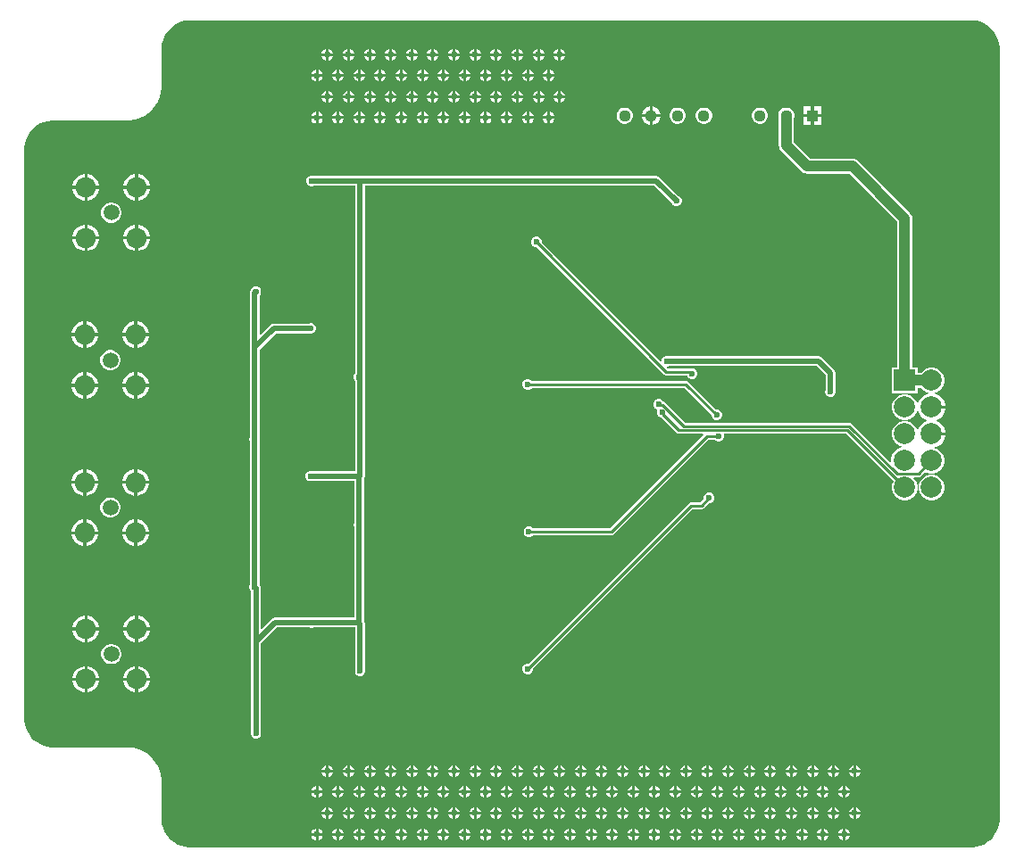
<source format=gbl>
G04*
G04 #@! TF.GenerationSoftware,Altium Limited,Altium Designer,25.6.2 (33)*
G04*
G04 Layer_Physical_Order=4*
G04 Layer_Color=16711680*
%FSLAX44Y44*%
%MOMM*%
G71*
G04*
G04 #@! TF.SameCoordinates,42BA56CB-4CE2-47E9-A465-7F88C4280AAA*
G04*
G04*
G04 #@! TF.FilePolarity,Positive*
G04*
G01*
G75*
%ADD17C,0.2540*%
%ADD80C,1.0000*%
%ADD82C,0.5000*%
%ADD83C,1.9200*%
%ADD84C,1.5080*%
%ADD85C,2.0000*%
%ADD86C,1.1300*%
%ADD87R,1.1300X1.1300*%
%ADD88R,2.0000X2.0000*%
%ADD89C,0.6000*%
G36*
X905367Y786982D02*
X908843Y786050D01*
X912168Y784673D01*
X915284Y782874D01*
X918139Y780683D01*
X920683Y778139D01*
X922874Y775284D01*
X924673Y772167D01*
X926050Y768843D01*
X926981Y765367D01*
X927451Y761799D01*
Y760000D01*
Y30000D01*
Y28201D01*
X926982Y24633D01*
X926050Y21157D01*
X924673Y17832D01*
X922874Y14716D01*
X920683Y11861D01*
X918139Y9317D01*
X915284Y7126D01*
X912167Y5327D01*
X908843Y3950D01*
X905367Y3018D01*
X901799Y2549D01*
X160000D01*
X158201Y2549D01*
X154633Y3018D01*
X151157Y3950D01*
X147832Y5327D01*
X144716Y7126D01*
X141861Y9317D01*
X139317Y11861D01*
X137126Y14716D01*
X135327Y17833D01*
X133950Y21157D01*
X133019Y24633D01*
X132549Y28201D01*
Y30000D01*
Y65000D01*
X132541Y65042D01*
X132548Y65083D01*
X132483Y67045D01*
X132455Y67169D01*
X132463Y67295D01*
X131951Y71185D01*
X131896Y71345D01*
X131885Y71512D01*
X130870Y75303D01*
X130795Y75454D01*
X130763Y75619D01*
X129261Y79244D01*
X129168Y79384D01*
X129114Y79543D01*
X127151Y82942D01*
X127041Y83068D01*
X126966Y83219D01*
X124577Y86332D01*
X124451Y86443D01*
X124357Y86583D01*
X121583Y89357D01*
X121443Y89451D01*
X121332Y89577D01*
X118219Y91966D01*
X118068Y92041D01*
X117942Y92151D01*
X114543Y94114D01*
X114384Y94168D01*
X114244Y94261D01*
X110618Y95763D01*
X110454Y95795D01*
X110303Y95870D01*
X106512Y96885D01*
X106344Y96896D01*
X106185Y96951D01*
X102295Y97463D01*
X102169Y97455D01*
X102045Y97483D01*
X100083Y97547D01*
X100042Y97541D01*
X100000Y97549D01*
X30000Y97549D01*
X28201D01*
X24633Y98019D01*
X21157Y98950D01*
X17832Y100327D01*
X14716Y102126D01*
X11861Y104317D01*
X9317Y106861D01*
X7126Y109716D01*
X5327Y112833D01*
X3950Y116157D01*
X3018Y119633D01*
X2549Y123201D01*
Y125000D01*
Y665000D01*
X2549Y666799D01*
X3018Y670367D01*
X3950Y673843D01*
X5327Y677167D01*
X7126Y680284D01*
X9317Y683139D01*
X11861Y685683D01*
X14716Y687874D01*
X17833Y689673D01*
X21157Y691050D01*
X24633Y691981D01*
X28201Y692451D01*
X30000D01*
X100000Y692451D01*
X100042Y692459D01*
X100083Y692452D01*
X102045Y692517D01*
X102169Y692545D01*
X102295Y692537D01*
X106185Y693049D01*
X106345Y693103D01*
X106512Y693114D01*
X110303Y694130D01*
X110454Y694204D01*
X110618Y694237D01*
X114244Y695739D01*
X114384Y695832D01*
X114543Y695887D01*
X117942Y697849D01*
X118068Y697959D01*
X118219Y698034D01*
X121332Y700423D01*
X121443Y700549D01*
X121583Y700642D01*
X124357Y703417D01*
X124451Y703557D01*
X124577Y703668D01*
X126966Y706781D01*
X127041Y706932D01*
X127151Y707058D01*
X129114Y710457D01*
X129168Y710616D01*
X129261Y710756D01*
X130763Y714381D01*
X130795Y714546D01*
X130870Y714697D01*
X131885Y718488D01*
X131896Y718655D01*
X131951Y718815D01*
X132463Y722705D01*
X132455Y722831D01*
X132483Y722954D01*
X132547Y724917D01*
X132541Y724958D01*
X132549Y725000D01*
X132549Y760000D01*
Y761799D01*
X133019Y765367D01*
X133950Y768843D01*
X135327Y772168D01*
X137126Y775284D01*
X139317Y778139D01*
X141861Y780683D01*
X144716Y782874D01*
X147833Y784673D01*
X151157Y786050D01*
X154633Y786981D01*
X158201Y787451D01*
X901799D01*
X905367Y786982D01*
D02*
G37*
%LPC*%
G36*
X511271Y760472D02*
Y756271D01*
X515472D01*
X514698Y758139D01*
X513139Y759698D01*
X511271Y760472D01*
D02*
G37*
G36*
X508731D02*
X506863Y759698D01*
X505305Y758139D01*
X504531Y756271D01*
X508731D01*
Y760472D01*
D02*
G37*
G36*
X491271D02*
Y756271D01*
X495472D01*
X494698Y758139D01*
X493139Y759698D01*
X491271Y760472D01*
D02*
G37*
G36*
X488731D02*
X486863Y759698D01*
X485305Y758139D01*
X484531Y756271D01*
X488731D01*
Y760472D01*
D02*
G37*
G36*
X471271D02*
Y756271D01*
X475472D01*
X474698Y758139D01*
X473139Y759698D01*
X471271Y760472D01*
D02*
G37*
G36*
X468731D02*
X466863Y759698D01*
X465305Y758139D01*
X464531Y756271D01*
X468731D01*
Y760472D01*
D02*
G37*
G36*
X451271D02*
Y756271D01*
X455472D01*
X454698Y758139D01*
X453139Y759698D01*
X451271Y760472D01*
D02*
G37*
G36*
X448731D02*
X446863Y759698D01*
X445305Y758139D01*
X444531Y756271D01*
X448731D01*
Y760472D01*
D02*
G37*
G36*
X431271D02*
Y756271D01*
X435472D01*
X434698Y758139D01*
X433139Y759698D01*
X431271Y760472D01*
D02*
G37*
G36*
X428731D02*
X426863Y759698D01*
X425305Y758139D01*
X424531Y756271D01*
X428731D01*
Y760472D01*
D02*
G37*
G36*
X411271D02*
Y756271D01*
X415472D01*
X414698Y758139D01*
X413139Y759698D01*
X411271Y760472D01*
D02*
G37*
G36*
X408731D02*
X406863Y759698D01*
X405305Y758139D01*
X404531Y756271D01*
X408731D01*
Y760472D01*
D02*
G37*
G36*
X391271D02*
Y756271D01*
X395472D01*
X394698Y758139D01*
X393139Y759698D01*
X391271Y760472D01*
D02*
G37*
G36*
X388731D02*
X386863Y759698D01*
X385305Y758139D01*
X384531Y756271D01*
X388731D01*
Y760472D01*
D02*
G37*
G36*
X371271D02*
Y756271D01*
X375472D01*
X374698Y758139D01*
X373139Y759698D01*
X371271Y760472D01*
D02*
G37*
G36*
X368731D02*
X366863Y759698D01*
X365305Y758139D01*
X364531Y756271D01*
X368731D01*
Y760472D01*
D02*
G37*
G36*
X351271D02*
Y756271D01*
X355472D01*
X354698Y758139D01*
X353139Y759698D01*
X351271Y760472D01*
D02*
G37*
G36*
X348731D02*
X346863Y759698D01*
X345305Y758139D01*
X344531Y756271D01*
X348731D01*
Y760472D01*
D02*
G37*
G36*
X331271D02*
Y756271D01*
X335472D01*
X334698Y758139D01*
X333139Y759698D01*
X331271Y760472D01*
D02*
G37*
G36*
X328731D02*
X326863Y759698D01*
X325305Y758139D01*
X324531Y756271D01*
X328731D01*
Y760472D01*
D02*
G37*
G36*
X311271D02*
Y756271D01*
X315472D01*
X314698Y758139D01*
X313139Y759698D01*
X311271Y760472D01*
D02*
G37*
G36*
X308731D02*
X306863Y759698D01*
X305305Y758139D01*
X304531Y756271D01*
X308731D01*
Y760472D01*
D02*
G37*
G36*
X291271D02*
Y756271D01*
X295472D01*
X294698Y758139D01*
X293139Y759698D01*
X291271Y760472D01*
D02*
G37*
G36*
X288731D02*
X286863Y759698D01*
X285305Y758139D01*
X284531Y756271D01*
X288731D01*
Y760472D01*
D02*
G37*
G36*
X515472Y753731D02*
X511271D01*
Y749531D01*
X513139Y750305D01*
X514698Y751863D01*
X515472Y753731D01*
D02*
G37*
G36*
X508731D02*
X504531D01*
X505305Y751863D01*
X506863Y750305D01*
X508731Y749531D01*
Y753731D01*
D02*
G37*
G36*
X495472D02*
X491271D01*
Y749531D01*
X493139Y750305D01*
X494698Y751863D01*
X495472Y753731D01*
D02*
G37*
G36*
X488731D02*
X484531D01*
X485305Y751863D01*
X486863Y750305D01*
X488731Y749531D01*
Y753731D01*
D02*
G37*
G36*
X475472D02*
X471271D01*
Y749531D01*
X473139Y750305D01*
X474698Y751863D01*
X475472Y753731D01*
D02*
G37*
G36*
X468731D02*
X464531D01*
X465305Y751863D01*
X466863Y750305D01*
X468731Y749531D01*
Y753731D01*
D02*
G37*
G36*
X455472D02*
X451271D01*
Y749531D01*
X453139Y750305D01*
X454698Y751863D01*
X455472Y753731D01*
D02*
G37*
G36*
X448731D02*
X444531D01*
X445305Y751863D01*
X446863Y750305D01*
X448731Y749531D01*
Y753731D01*
D02*
G37*
G36*
X435472D02*
X431271D01*
Y749531D01*
X433139Y750305D01*
X434698Y751863D01*
X435472Y753731D01*
D02*
G37*
G36*
X428731D02*
X424531D01*
X425305Y751863D01*
X426863Y750305D01*
X428731Y749531D01*
Y753731D01*
D02*
G37*
G36*
X415472D02*
X411271D01*
Y749531D01*
X413139Y750305D01*
X414698Y751863D01*
X415472Y753731D01*
D02*
G37*
G36*
X408731D02*
X404531D01*
X405305Y751863D01*
X406863Y750305D01*
X408731Y749531D01*
Y753731D01*
D02*
G37*
G36*
X395472D02*
X391271D01*
Y749531D01*
X393139Y750305D01*
X394698Y751863D01*
X395472Y753731D01*
D02*
G37*
G36*
X388731D02*
X384531D01*
X385305Y751863D01*
X386863Y750305D01*
X388731Y749531D01*
Y753731D01*
D02*
G37*
G36*
X375472D02*
X371271D01*
Y749531D01*
X373139Y750305D01*
X374698Y751863D01*
X375472Y753731D01*
D02*
G37*
G36*
X368731D02*
X364531D01*
X365305Y751863D01*
X366863Y750305D01*
X368731Y749531D01*
Y753731D01*
D02*
G37*
G36*
X355472D02*
X351271D01*
Y749531D01*
X353139Y750305D01*
X354698Y751863D01*
X355472Y753731D01*
D02*
G37*
G36*
X348731D02*
X344531D01*
X345305Y751863D01*
X346863Y750305D01*
X348731Y749531D01*
Y753731D01*
D02*
G37*
G36*
X335472D02*
X331271D01*
Y749531D01*
X333139Y750305D01*
X334698Y751863D01*
X335472Y753731D01*
D02*
G37*
G36*
X328731D02*
X324531D01*
X325305Y751863D01*
X326863Y750305D01*
X328731Y749531D01*
Y753731D01*
D02*
G37*
G36*
X315472D02*
X311271D01*
Y749531D01*
X313139Y750305D01*
X314698Y751863D01*
X315472Y753731D01*
D02*
G37*
G36*
X308731D02*
X304531D01*
X305305Y751863D01*
X306863Y750305D01*
X308731Y749531D01*
Y753731D01*
D02*
G37*
G36*
X295472D02*
X291271D01*
Y749531D01*
X293139Y750305D01*
X294698Y751863D01*
X295472Y753731D01*
D02*
G37*
G36*
X288731D02*
X284531D01*
X285305Y751863D01*
X286863Y750305D01*
X288731Y749531D01*
Y753731D01*
D02*
G37*
G36*
X501271Y740472D02*
Y736271D01*
X505472D01*
X504698Y738139D01*
X503139Y739698D01*
X501271Y740472D01*
D02*
G37*
G36*
X498731D02*
X496863Y739698D01*
X495305Y738139D01*
X494531Y736271D01*
X498731D01*
Y740472D01*
D02*
G37*
G36*
X481271D02*
Y736271D01*
X485472D01*
X484698Y738139D01*
X483139Y739698D01*
X481271Y740472D01*
D02*
G37*
G36*
X478731D02*
X476863Y739698D01*
X475305Y738139D01*
X474531Y736271D01*
X478731D01*
Y740472D01*
D02*
G37*
G36*
X461271D02*
Y736271D01*
X465472D01*
X464698Y738139D01*
X463139Y739698D01*
X461271Y740472D01*
D02*
G37*
G36*
X458731D02*
X456863Y739698D01*
X455305Y738139D01*
X454531Y736271D01*
X458731D01*
Y740472D01*
D02*
G37*
G36*
X441271D02*
Y736271D01*
X445472D01*
X444698Y738139D01*
X443139Y739698D01*
X441271Y740472D01*
D02*
G37*
G36*
X438731D02*
X436863Y739698D01*
X435305Y738139D01*
X434531Y736271D01*
X438731D01*
Y740472D01*
D02*
G37*
G36*
X421271D02*
Y736271D01*
X425472D01*
X424698Y738139D01*
X423139Y739698D01*
X421271Y740472D01*
D02*
G37*
G36*
X418731D02*
X416863Y739698D01*
X415305Y738139D01*
X414531Y736271D01*
X418731D01*
Y740472D01*
D02*
G37*
G36*
X401271D02*
Y736271D01*
X405472D01*
X404698Y738139D01*
X403139Y739698D01*
X401271Y740472D01*
D02*
G37*
G36*
X398731D02*
X396863Y739698D01*
X395305Y738139D01*
X394531Y736271D01*
X398731D01*
Y740472D01*
D02*
G37*
G36*
X381271D02*
Y736271D01*
X385472D01*
X384698Y738139D01*
X383139Y739698D01*
X381271Y740472D01*
D02*
G37*
G36*
X378731D02*
X376863Y739698D01*
X375305Y738139D01*
X374531Y736271D01*
X378731D01*
Y740472D01*
D02*
G37*
G36*
X361271D02*
Y736271D01*
X365472D01*
X364698Y738139D01*
X363139Y739698D01*
X361271Y740472D01*
D02*
G37*
G36*
X358731D02*
X356863Y739698D01*
X355305Y738139D01*
X354531Y736271D01*
X358731D01*
Y740472D01*
D02*
G37*
G36*
X341271D02*
Y736271D01*
X345472D01*
X344698Y738139D01*
X343139Y739698D01*
X341271Y740472D01*
D02*
G37*
G36*
X338731D02*
X336863Y739698D01*
X335305Y738139D01*
X334531Y736271D01*
X338731D01*
Y740472D01*
D02*
G37*
G36*
X321271D02*
Y736271D01*
X325472D01*
X324698Y738139D01*
X323139Y739698D01*
X321271Y740472D01*
D02*
G37*
G36*
X318731D02*
X316863Y739698D01*
X315305Y738139D01*
X314531Y736271D01*
X318731D01*
Y740472D01*
D02*
G37*
G36*
X301271D02*
Y736271D01*
X305472D01*
X304698Y738139D01*
X303139Y739698D01*
X301271Y740472D01*
D02*
G37*
G36*
X298731D02*
X296863Y739698D01*
X295305Y738139D01*
X294531Y736271D01*
X298731D01*
Y740472D01*
D02*
G37*
G36*
X281271D02*
Y736271D01*
X285472D01*
X284698Y738139D01*
X283139Y739698D01*
X281271Y740472D01*
D02*
G37*
G36*
X278731D02*
X276863Y739698D01*
X275305Y738139D01*
X274531Y736271D01*
X278731D01*
Y740472D01*
D02*
G37*
G36*
X505472Y733731D02*
X501271D01*
Y729531D01*
X503139Y730305D01*
X504698Y731863D01*
X505472Y733731D01*
D02*
G37*
G36*
X498731D02*
X494531D01*
X495305Y731863D01*
X496863Y730305D01*
X498731Y729531D01*
Y733731D01*
D02*
G37*
G36*
X485472D02*
X481271D01*
Y729531D01*
X483139Y730305D01*
X484698Y731863D01*
X485472Y733731D01*
D02*
G37*
G36*
X478731D02*
X474531D01*
X475305Y731863D01*
X476863Y730305D01*
X478731Y729531D01*
Y733731D01*
D02*
G37*
G36*
X465472D02*
X461271D01*
Y729531D01*
X463139Y730305D01*
X464698Y731863D01*
X465472Y733731D01*
D02*
G37*
G36*
X458731D02*
X454531D01*
X455305Y731863D01*
X456863Y730305D01*
X458731Y729531D01*
Y733731D01*
D02*
G37*
G36*
X445472D02*
X441271D01*
Y729531D01*
X443139Y730305D01*
X444698Y731863D01*
X445472Y733731D01*
D02*
G37*
G36*
X438731D02*
X434531D01*
X435305Y731863D01*
X436863Y730305D01*
X438731Y729531D01*
Y733731D01*
D02*
G37*
G36*
X425472D02*
X421271D01*
Y729531D01*
X423139Y730305D01*
X424698Y731863D01*
X425472Y733731D01*
D02*
G37*
G36*
X418731D02*
X414531D01*
X415305Y731863D01*
X416863Y730305D01*
X418731Y729531D01*
Y733731D01*
D02*
G37*
G36*
X405472D02*
X401271D01*
Y729531D01*
X403139Y730305D01*
X404698Y731863D01*
X405472Y733731D01*
D02*
G37*
G36*
X398731D02*
X394531D01*
X395305Y731863D01*
X396863Y730305D01*
X398731Y729531D01*
Y733731D01*
D02*
G37*
G36*
X385472D02*
X381271D01*
Y729531D01*
X383139Y730305D01*
X384698Y731863D01*
X385472Y733731D01*
D02*
G37*
G36*
X378731D02*
X374531D01*
X375305Y731863D01*
X376863Y730305D01*
X378731Y729531D01*
Y733731D01*
D02*
G37*
G36*
X365472D02*
X361271D01*
Y729531D01*
X363139Y730305D01*
X364698Y731863D01*
X365472Y733731D01*
D02*
G37*
G36*
X358731D02*
X354531D01*
X355305Y731863D01*
X356863Y730305D01*
X358731Y729531D01*
Y733731D01*
D02*
G37*
G36*
X345472D02*
X341271D01*
Y729531D01*
X343139Y730305D01*
X344698Y731863D01*
X345472Y733731D01*
D02*
G37*
G36*
X338731D02*
X334531D01*
X335305Y731863D01*
X336863Y730305D01*
X338731Y729531D01*
Y733731D01*
D02*
G37*
G36*
X325472D02*
X321271D01*
Y729531D01*
X323139Y730305D01*
X324698Y731863D01*
X325472Y733731D01*
D02*
G37*
G36*
X318731D02*
X314531D01*
X315305Y731863D01*
X316863Y730305D01*
X318731Y729531D01*
Y733731D01*
D02*
G37*
G36*
X305472D02*
X301271D01*
Y729531D01*
X303139Y730305D01*
X304698Y731863D01*
X305472Y733731D01*
D02*
G37*
G36*
X298731D02*
X294531D01*
X295305Y731863D01*
X296863Y730305D01*
X298731Y729531D01*
Y733731D01*
D02*
G37*
G36*
X285472D02*
X281271D01*
Y729531D01*
X283139Y730305D01*
X284698Y731863D01*
X285472Y733731D01*
D02*
G37*
G36*
X278731D02*
X274531D01*
X275305Y731863D01*
X276863Y730305D01*
X278731Y729531D01*
Y733731D01*
D02*
G37*
G36*
X511271Y720472D02*
Y716271D01*
X515472D01*
X514698Y718139D01*
X513139Y719698D01*
X511271Y720472D01*
D02*
G37*
G36*
X508731D02*
X506863Y719698D01*
X505305Y718139D01*
X504531Y716271D01*
X508731D01*
Y720472D01*
D02*
G37*
G36*
X491271D02*
Y716271D01*
X495472D01*
X494698Y718139D01*
X493139Y719698D01*
X491271Y720472D01*
D02*
G37*
G36*
X488731D02*
X486863Y719698D01*
X485305Y718139D01*
X484531Y716271D01*
X488731D01*
Y720472D01*
D02*
G37*
G36*
X471271D02*
Y716271D01*
X475472D01*
X474698Y718139D01*
X473139Y719698D01*
X471271Y720472D01*
D02*
G37*
G36*
X468731D02*
X466863Y719698D01*
X465305Y718139D01*
X464531Y716271D01*
X468731D01*
Y720472D01*
D02*
G37*
G36*
X451271D02*
Y716271D01*
X455472D01*
X454698Y718139D01*
X453139Y719698D01*
X451271Y720472D01*
D02*
G37*
G36*
X448731D02*
X446863Y719698D01*
X445305Y718139D01*
X444531Y716271D01*
X448731D01*
Y720472D01*
D02*
G37*
G36*
X431271D02*
Y716271D01*
X435472D01*
X434698Y718139D01*
X433139Y719698D01*
X431271Y720472D01*
D02*
G37*
G36*
X428731D02*
X426863Y719698D01*
X425305Y718139D01*
X424531Y716271D01*
X428731D01*
Y720472D01*
D02*
G37*
G36*
X411271D02*
Y716271D01*
X415472D01*
X414698Y718139D01*
X413139Y719698D01*
X411271Y720472D01*
D02*
G37*
G36*
X408731D02*
X406863Y719698D01*
X405305Y718139D01*
X404531Y716271D01*
X408731D01*
Y720472D01*
D02*
G37*
G36*
X391271D02*
Y716271D01*
X395472D01*
X394698Y718139D01*
X393139Y719698D01*
X391271Y720472D01*
D02*
G37*
G36*
X388731D02*
X386863Y719698D01*
X385305Y718139D01*
X384531Y716271D01*
X388731D01*
Y720472D01*
D02*
G37*
G36*
X371271D02*
Y716271D01*
X375472D01*
X374698Y718139D01*
X373139Y719698D01*
X371271Y720472D01*
D02*
G37*
G36*
X368731D02*
X366863Y719698D01*
X365305Y718139D01*
X364531Y716271D01*
X368731D01*
Y720472D01*
D02*
G37*
G36*
X351271D02*
Y716271D01*
X355472D01*
X354698Y718139D01*
X353139Y719698D01*
X351271Y720472D01*
D02*
G37*
G36*
X348731D02*
X346863Y719698D01*
X345305Y718139D01*
X344531Y716271D01*
X348731D01*
Y720472D01*
D02*
G37*
G36*
X331271D02*
Y716271D01*
X335472D01*
X334698Y718139D01*
X333139Y719698D01*
X331271Y720472D01*
D02*
G37*
G36*
X328731D02*
X326863Y719698D01*
X325305Y718139D01*
X324531Y716271D01*
X328731D01*
Y720472D01*
D02*
G37*
G36*
X311271D02*
Y716271D01*
X315472D01*
X314698Y718139D01*
X313139Y719698D01*
X311271Y720472D01*
D02*
G37*
G36*
X308731D02*
X306863Y719698D01*
X305305Y718139D01*
X304531Y716271D01*
X308731D01*
Y720472D01*
D02*
G37*
G36*
X291271D02*
Y716271D01*
X295472D01*
X294698Y718139D01*
X293139Y719698D01*
X291271Y720472D01*
D02*
G37*
G36*
X288731D02*
X286863Y719698D01*
X285305Y718139D01*
X284531Y716271D01*
X288731D01*
Y720472D01*
D02*
G37*
G36*
X515472Y713731D02*
X511271D01*
Y709531D01*
X513139Y710305D01*
X514698Y711863D01*
X515472Y713731D01*
D02*
G37*
G36*
X508731D02*
X504531D01*
X505305Y711863D01*
X506863Y710305D01*
X508731Y709531D01*
Y713731D01*
D02*
G37*
G36*
X495472D02*
X491271D01*
Y709531D01*
X493139Y710305D01*
X494698Y711863D01*
X495472Y713731D01*
D02*
G37*
G36*
X488731D02*
X484531D01*
X485305Y711863D01*
X486863Y710305D01*
X488731Y709531D01*
Y713731D01*
D02*
G37*
G36*
X475472D02*
X471271D01*
Y709531D01*
X473139Y710305D01*
X474698Y711863D01*
X475472Y713731D01*
D02*
G37*
G36*
X468731D02*
X464531D01*
X465305Y711863D01*
X466863Y710305D01*
X468731Y709531D01*
Y713731D01*
D02*
G37*
G36*
X455472D02*
X451271D01*
Y709531D01*
X453139Y710305D01*
X454698Y711863D01*
X455472Y713731D01*
D02*
G37*
G36*
X448731D02*
X444531D01*
X445305Y711863D01*
X446863Y710305D01*
X448731Y709531D01*
Y713731D01*
D02*
G37*
G36*
X435472D02*
X431271D01*
Y709531D01*
X433139Y710305D01*
X434698Y711863D01*
X435472Y713731D01*
D02*
G37*
G36*
X428731D02*
X424531D01*
X425305Y711863D01*
X426863Y710305D01*
X428731Y709531D01*
Y713731D01*
D02*
G37*
G36*
X415472D02*
X411271D01*
Y709531D01*
X413139Y710305D01*
X414698Y711863D01*
X415472Y713731D01*
D02*
G37*
G36*
X408731D02*
X404531D01*
X405305Y711863D01*
X406863Y710305D01*
X408731Y709531D01*
Y713731D01*
D02*
G37*
G36*
X395472D02*
X391271D01*
Y709531D01*
X393139Y710305D01*
X394698Y711863D01*
X395472Y713731D01*
D02*
G37*
G36*
X388731D02*
X384531D01*
X385305Y711863D01*
X386863Y710305D01*
X388731Y709531D01*
Y713731D01*
D02*
G37*
G36*
X375472D02*
X371271D01*
Y709531D01*
X373139Y710305D01*
X374698Y711863D01*
X375472Y713731D01*
D02*
G37*
G36*
X368731D02*
X364531D01*
X365305Y711863D01*
X366863Y710305D01*
X368731Y709531D01*
Y713731D01*
D02*
G37*
G36*
X355472D02*
X351271D01*
Y709531D01*
X353139Y710305D01*
X354698Y711863D01*
X355472Y713731D01*
D02*
G37*
G36*
X348731D02*
X344531D01*
X345305Y711863D01*
X346863Y710305D01*
X348731Y709531D01*
Y713731D01*
D02*
G37*
G36*
X335472D02*
X331271D01*
Y709531D01*
X333139Y710305D01*
X334698Y711863D01*
X335472Y713731D01*
D02*
G37*
G36*
X328731D02*
X324531D01*
X325305Y711863D01*
X326863Y710305D01*
X328731Y709531D01*
Y713731D01*
D02*
G37*
G36*
X315472D02*
X311271D01*
Y709531D01*
X313139Y710305D01*
X314698Y711863D01*
X315472Y713731D01*
D02*
G37*
G36*
X308731D02*
X304531D01*
X305305Y711863D01*
X306863Y710305D01*
X308731Y709531D01*
Y713731D01*
D02*
G37*
G36*
X295472D02*
X291271D01*
Y709531D01*
X293139Y710305D01*
X294698Y711863D01*
X295472Y713731D01*
D02*
G37*
G36*
X288731D02*
X284531D01*
X285305Y711863D01*
X286863Y710305D01*
X288731Y709531D01*
Y713731D01*
D02*
G37*
G36*
X598500Y705553D02*
Y698500D01*
X605553D01*
X605061Y700339D01*
X603922Y702311D01*
X602311Y703922D01*
X600339Y705061D01*
X598500Y705553D01*
D02*
G37*
G36*
X758650Y705650D02*
X751500D01*
Y698500D01*
X758650D01*
Y705650D01*
D02*
G37*
G36*
X595500Y705553D02*
X593661Y705061D01*
X591689Y703922D01*
X590078Y702311D01*
X588940Y700339D01*
X588447Y698500D01*
X595500D01*
Y705553D01*
D02*
G37*
G36*
X748500Y705650D02*
X741350D01*
Y698500D01*
X748500D01*
Y705650D01*
D02*
G37*
G36*
X501271Y700472D02*
Y696271D01*
X505472D01*
X504698Y698139D01*
X503139Y699698D01*
X501271Y700472D01*
D02*
G37*
G36*
X498731D02*
X496863Y699698D01*
X495305Y698139D01*
X494531Y696271D01*
X498731D01*
Y700472D01*
D02*
G37*
G36*
X481271D02*
Y696271D01*
X485472D01*
X484698Y698139D01*
X483139Y699698D01*
X481271Y700472D01*
D02*
G37*
G36*
X478731D02*
X476863Y699698D01*
X475305Y698139D01*
X474531Y696271D01*
X478731D01*
Y700472D01*
D02*
G37*
G36*
X461271D02*
Y696271D01*
X465472D01*
X464698Y698139D01*
X463139Y699698D01*
X461271Y700472D01*
D02*
G37*
G36*
X458731D02*
X456863Y699698D01*
X455305Y698139D01*
X454531Y696271D01*
X458731D01*
Y700472D01*
D02*
G37*
G36*
X441271D02*
Y696271D01*
X445472D01*
X444698Y698139D01*
X443139Y699698D01*
X441271Y700472D01*
D02*
G37*
G36*
X438731D02*
X436863Y699698D01*
X435305Y698139D01*
X434531Y696271D01*
X438731D01*
Y700472D01*
D02*
G37*
G36*
X421271D02*
Y696271D01*
X425472D01*
X424698Y698139D01*
X423139Y699698D01*
X421271Y700472D01*
D02*
G37*
G36*
X418731D02*
X416863Y699698D01*
X415305Y698139D01*
X414531Y696271D01*
X418731D01*
Y700472D01*
D02*
G37*
G36*
X401271D02*
Y696271D01*
X405472D01*
X404698Y698139D01*
X403139Y699698D01*
X401271Y700472D01*
D02*
G37*
G36*
X398731D02*
X396863Y699698D01*
X395305Y698139D01*
X394531Y696271D01*
X398731D01*
Y700472D01*
D02*
G37*
G36*
X381271D02*
Y696271D01*
X385472D01*
X384698Y698139D01*
X383139Y699698D01*
X381271Y700472D01*
D02*
G37*
G36*
X378731D02*
X376863Y699698D01*
X375305Y698139D01*
X374531Y696271D01*
X378731D01*
Y700472D01*
D02*
G37*
G36*
X361271D02*
Y696271D01*
X365472D01*
X364698Y698139D01*
X363139Y699698D01*
X361271Y700472D01*
D02*
G37*
G36*
X358731D02*
X356863Y699698D01*
X355305Y698139D01*
X354531Y696271D01*
X358731D01*
Y700472D01*
D02*
G37*
G36*
X341271D02*
Y696271D01*
X345472D01*
X344698Y698139D01*
X343139Y699698D01*
X341271Y700472D01*
D02*
G37*
G36*
X338731D02*
X336863Y699698D01*
X335305Y698139D01*
X334531Y696271D01*
X338731D01*
Y700472D01*
D02*
G37*
G36*
X321271D02*
Y696271D01*
X325472D01*
X324698Y698139D01*
X323139Y699698D01*
X321271Y700472D01*
D02*
G37*
G36*
X318731D02*
X316863Y699698D01*
X315305Y698139D01*
X314531Y696271D01*
X318731D01*
Y700472D01*
D02*
G37*
G36*
X301271D02*
Y696271D01*
X305472D01*
X304698Y698139D01*
X303139Y699698D01*
X301271Y700472D01*
D02*
G37*
G36*
X298731D02*
X296863Y699698D01*
X295305Y698139D01*
X294531Y696271D01*
X298731D01*
Y700472D01*
D02*
G37*
G36*
X281271D02*
Y696271D01*
X285472D01*
X284698Y698139D01*
X283139Y699698D01*
X281271Y700472D01*
D02*
G37*
G36*
X278731D02*
X276863Y699698D01*
X275305Y698139D01*
X274531Y696271D01*
X278731D01*
Y700472D01*
D02*
G37*
G36*
X505472Y693731D02*
X501271D01*
Y689531D01*
X503139Y690305D01*
X504698Y691863D01*
X505472Y693731D01*
D02*
G37*
G36*
X498731D02*
X494531D01*
X495305Y691863D01*
X496863Y690305D01*
X498731Y689531D01*
Y693731D01*
D02*
G37*
G36*
X485472D02*
X481271D01*
Y689531D01*
X483139Y690305D01*
X484698Y691863D01*
X485472Y693731D01*
D02*
G37*
G36*
X478731D02*
X474531D01*
X475305Y691863D01*
X476863Y690305D01*
X478731Y689531D01*
Y693731D01*
D02*
G37*
G36*
X465472D02*
X461271D01*
Y689531D01*
X463139Y690305D01*
X464698Y691863D01*
X465472Y693731D01*
D02*
G37*
G36*
X458731D02*
X454531D01*
X455305Y691863D01*
X456863Y690305D01*
X458731Y689531D01*
Y693731D01*
D02*
G37*
G36*
X445472D02*
X441271D01*
Y689531D01*
X443139Y690305D01*
X444698Y691863D01*
X445472Y693731D01*
D02*
G37*
G36*
X438731D02*
X434531D01*
X435305Y691863D01*
X436863Y690305D01*
X438731Y689531D01*
Y693731D01*
D02*
G37*
G36*
X425472D02*
X421271D01*
Y689531D01*
X423139Y690305D01*
X424698Y691863D01*
X425472Y693731D01*
D02*
G37*
G36*
X418731D02*
X414531D01*
X415305Y691863D01*
X416863Y690305D01*
X418731Y689531D01*
Y693731D01*
D02*
G37*
G36*
X405472D02*
X401271D01*
Y689531D01*
X403139Y690305D01*
X404698Y691863D01*
X405472Y693731D01*
D02*
G37*
G36*
X398731D02*
X394531D01*
X395305Y691863D01*
X396863Y690305D01*
X398731Y689531D01*
Y693731D01*
D02*
G37*
G36*
X385472D02*
X381271D01*
Y689531D01*
X383139Y690305D01*
X384698Y691863D01*
X385472Y693731D01*
D02*
G37*
G36*
X378731D02*
X374531D01*
X375305Y691863D01*
X376863Y690305D01*
X378731Y689531D01*
Y693731D01*
D02*
G37*
G36*
X365472D02*
X361271D01*
Y689531D01*
X363139Y690305D01*
X364698Y691863D01*
X365472Y693731D01*
D02*
G37*
G36*
X358731D02*
X354531D01*
X355305Y691863D01*
X356863Y690305D01*
X358731Y689531D01*
Y693731D01*
D02*
G37*
G36*
X345472D02*
X341271D01*
Y689531D01*
X343139Y690305D01*
X344698Y691863D01*
X345472Y693731D01*
D02*
G37*
G36*
X338731D02*
X334531D01*
X335305Y691863D01*
X336863Y690305D01*
X338731Y689531D01*
Y693731D01*
D02*
G37*
G36*
X325472D02*
X321271D01*
Y689531D01*
X323139Y690305D01*
X324698Y691863D01*
X325472Y693731D01*
D02*
G37*
G36*
X318731D02*
X314531D01*
X315305Y691863D01*
X316863Y690305D01*
X318731Y689531D01*
Y693731D01*
D02*
G37*
G36*
X305472D02*
X301271D01*
Y689531D01*
X303139Y690305D01*
X304698Y691863D01*
X305472Y693731D01*
D02*
G37*
G36*
X298731D02*
X294531D01*
X295305Y691863D01*
X296863Y690305D01*
X298731Y689531D01*
Y693731D01*
D02*
G37*
G36*
X285472D02*
X281271D01*
Y689531D01*
X283139Y690305D01*
X284698Y691863D01*
X285472Y693731D01*
D02*
G37*
G36*
X278731D02*
X274531D01*
X275305Y691863D01*
X276863Y690305D01*
X278731Y689531D01*
Y693731D01*
D02*
G37*
G36*
X701007Y704650D02*
X698993D01*
X697047Y704129D01*
X695303Y703121D01*
X693878Y701697D01*
X692871Y699953D01*
X692350Y698007D01*
Y695993D01*
X692871Y694047D01*
X693878Y692303D01*
X695303Y690879D01*
X697047Y689871D01*
X698993Y689350D01*
X701007D01*
X702953Y689871D01*
X704697Y690879D01*
X706122Y692303D01*
X707129Y694047D01*
X707650Y695993D01*
Y698007D01*
X707129Y699953D01*
X706122Y701697D01*
X704697Y703121D01*
X702953Y704129D01*
X701007Y704650D01*
D02*
G37*
G36*
X648007D02*
X645993D01*
X644047Y704129D01*
X642303Y703121D01*
X640879Y701697D01*
X639871Y699953D01*
X639350Y698007D01*
Y695993D01*
X639871Y694047D01*
X640879Y692303D01*
X642303Y690879D01*
X644047Y689871D01*
X645993Y689350D01*
X648007D01*
X649953Y689871D01*
X651697Y690879D01*
X653121Y692303D01*
X654129Y694047D01*
X654650Y695993D01*
Y698007D01*
X654129Y699953D01*
X653121Y701697D01*
X651697Y703121D01*
X649953Y704129D01*
X648007Y704650D01*
D02*
G37*
G36*
X623007D02*
X620993D01*
X619047Y704129D01*
X617303Y703121D01*
X615878Y701697D01*
X614871Y699953D01*
X614350Y698007D01*
Y695993D01*
X614871Y694047D01*
X615878Y692303D01*
X617303Y690879D01*
X619047Y689871D01*
X620993Y689350D01*
X623007D01*
X624953Y689871D01*
X626697Y690879D01*
X628121Y692303D01*
X629129Y694047D01*
X629650Y695993D01*
Y698007D01*
X629129Y699953D01*
X628121Y701697D01*
X626697Y703121D01*
X624953Y704129D01*
X623007Y704650D01*
D02*
G37*
G36*
X573007D02*
X570993D01*
X569047Y704129D01*
X567303Y703121D01*
X565878Y701697D01*
X564871Y699953D01*
X564350Y698007D01*
Y695993D01*
X564871Y694047D01*
X565878Y692303D01*
X567303Y690879D01*
X569047Y689871D01*
X570993Y689350D01*
X573007D01*
X574953Y689871D01*
X576697Y690879D01*
X578121Y692303D01*
X579129Y694047D01*
X579650Y695993D01*
Y698007D01*
X579129Y699953D01*
X578121Y701697D01*
X576697Y703121D01*
X574953Y704129D01*
X573007Y704650D01*
D02*
G37*
G36*
X605553Y695500D02*
X598500D01*
Y688447D01*
X600339Y688940D01*
X602311Y690078D01*
X603922Y691689D01*
X605061Y693661D01*
X605553Y695500D01*
D02*
G37*
G36*
X595500D02*
X588447D01*
X588940Y693661D01*
X590078Y691689D01*
X591689Y690078D01*
X593661Y688940D01*
X595500Y688447D01*
Y695500D01*
D02*
G37*
G36*
X758650D02*
X751500D01*
Y688350D01*
X758650D01*
Y695500D01*
D02*
G37*
G36*
X748500D02*
X741350D01*
Y688350D01*
X748500D01*
Y695500D01*
D02*
G37*
G36*
X110659Y641600D02*
X110500D01*
Y630500D01*
X121600D01*
Y630659D01*
X120741Y633863D01*
X119082Y636737D01*
X116737Y639082D01*
X113863Y640741D01*
X110659Y641600D01*
D02*
G37*
G36*
X62659D02*
X62500D01*
Y630500D01*
X73600D01*
Y630659D01*
X72741Y633863D01*
X71083Y636737D01*
X68737Y639082D01*
X65863Y640741D01*
X62659Y641600D01*
D02*
G37*
G36*
X59500D02*
X59341D01*
X56137Y640741D01*
X53263Y639082D01*
X50918Y636737D01*
X49259Y633863D01*
X48400Y630659D01*
Y630500D01*
X59500D01*
Y641600D01*
D02*
G37*
G36*
X107500D02*
X107341D01*
X104137Y640741D01*
X101263Y639082D01*
X98918Y636737D01*
X97259Y633863D01*
X96400Y630659D01*
Y630500D01*
X107500D01*
Y641600D01*
D02*
G37*
G36*
X121600Y627500D02*
X110500D01*
Y616400D01*
X110659D01*
X113863Y617259D01*
X116737Y618918D01*
X119082Y621263D01*
X120741Y624137D01*
X121600Y627341D01*
Y627500D01*
D02*
G37*
G36*
X107500D02*
X96400D01*
Y627341D01*
X97259Y624137D01*
X98918Y621263D01*
X101263Y618918D01*
X104137Y617259D01*
X107341Y616400D01*
X107500D01*
Y627500D01*
D02*
G37*
G36*
X73600D02*
X62500D01*
Y616400D01*
X62659D01*
X65863Y617259D01*
X68737Y618918D01*
X71083Y621263D01*
X72741Y624137D01*
X73600Y627341D01*
Y627500D01*
D02*
G37*
G36*
X59500D02*
X48400D01*
Y627341D01*
X49259Y624137D01*
X50918Y621263D01*
X53263Y618918D01*
X56137Y617259D01*
X59341Y616400D01*
X59500D01*
Y627500D01*
D02*
G37*
G36*
X275995Y640000D02*
X274005D01*
X272168Y639239D01*
X270761Y637832D01*
X270000Y635995D01*
Y634005D01*
X270761Y632168D01*
X272168Y630761D01*
X274005Y630000D01*
X275995D01*
X276989Y630412D01*
X316412D01*
Y590989D01*
X316000Y589995D01*
Y588005D01*
X316412Y587011D01*
Y452483D01*
X315761Y451832D01*
X315000Y449995D01*
Y448005D01*
X315761Y446168D01*
X316412Y445517D01*
Y359588D01*
X275989D01*
X274995Y360000D01*
X273005D01*
X271168Y359239D01*
X269761Y357832D01*
X269000Y355995D01*
Y354005D01*
X269761Y352168D01*
X271168Y350761D01*
X273005Y350000D01*
X274995D01*
X275989Y350412D01*
X315412D01*
Y310989D01*
X315000Y309995D01*
Y308005D01*
X315412Y307011D01*
Y220588D01*
X276989D01*
X275995Y221000D01*
X274005D01*
X273011Y220588D01*
X273000D01*
X272500Y220489D01*
X272000Y220588D01*
X240000D01*
X238244Y220239D01*
X236756Y219244D01*
X227512Y210001D01*
X226588Y210383D01*
Y249000D01*
X226239Y250756D01*
X225870Y251307D01*
X225588Y251989D01*
Y388011D01*
X226000Y389005D01*
Y390995D01*
X225588Y391989D01*
Y475099D01*
X240900Y490412D01*
X272011D01*
X273005Y490000D01*
X274995D01*
X276832Y490761D01*
X278239Y492168D01*
X279000Y494005D01*
Y495995D01*
X278239Y497832D01*
X276832Y499239D01*
X274995Y500000D01*
X273005D01*
X272011Y499588D01*
X239000D01*
X237244Y499239D01*
X235756Y498244D01*
X226512Y489001D01*
X225588Y489383D01*
Y526517D01*
X226239Y527168D01*
X227000Y529005D01*
Y530995D01*
X226239Y532832D01*
X224832Y534239D01*
X222995Y535000D01*
X221005D01*
X219168Y534239D01*
X217761Y532832D01*
X217129Y531307D01*
X216761Y530756D01*
X216412Y529000D01*
Y477000D01*
Y391989D01*
X216000Y390995D01*
Y389005D01*
X216412Y388011D01*
Y251989D01*
X216000Y250995D01*
Y249005D01*
X216761Y247168D01*
X217412Y246517D01*
Y198000D01*
Y112989D01*
X217000Y111994D01*
Y110005D01*
X217761Y108168D01*
X219168Y106761D01*
X221005Y106000D01*
X222995D01*
X224832Y106761D01*
X226239Y108168D01*
X227000Y110005D01*
Y111994D01*
X226588Y112989D01*
Y196099D01*
X241901Y211412D01*
X272000D01*
X272500Y211511D01*
X273000Y211412D01*
X273011D01*
X274005Y211000D01*
X275995D01*
X276989Y211412D01*
X316412D01*
Y171989D01*
X316000Y170994D01*
Y169005D01*
X316761Y167168D01*
X318168Y165761D01*
X320005Y165000D01*
X321995D01*
X323832Y165761D01*
X325239Y167168D01*
X326000Y169005D01*
Y170994D01*
X325588Y171989D01*
Y215000D01*
X325239Y216756D01*
X324588Y217730D01*
Y307011D01*
X325000Y308005D01*
Y309995D01*
X324588Y310989D01*
Y352270D01*
X325239Y353244D01*
X325588Y355000D01*
Y449000D01*
X325489Y449500D01*
X325588Y450000D01*
Y587011D01*
X326000Y588005D01*
Y589995D01*
X325588Y590989D01*
Y630412D01*
X600099D01*
X616349Y614162D01*
X616761Y613168D01*
X618168Y611761D01*
X620005Y611000D01*
X621995D01*
X623832Y611761D01*
X625239Y613168D01*
X626000Y615005D01*
Y616995D01*
X625239Y618832D01*
X623832Y620239D01*
X622838Y620651D01*
X605244Y638244D01*
X603756Y639239D01*
X602000Y639588D01*
X276989D01*
X275995Y640000D01*
D02*
G37*
G36*
X86256Y614540D02*
X83744D01*
X81318Y613890D01*
X79142Y612634D01*
X77366Y610858D01*
X76110Y608682D01*
X75460Y606256D01*
Y603744D01*
X76110Y601318D01*
X77366Y599142D01*
X79142Y597366D01*
X81318Y596110D01*
X83744Y595460D01*
X86256D01*
X88682Y596110D01*
X90858Y597366D01*
X92634Y599142D01*
X93890Y601318D01*
X94540Y603744D01*
Y606256D01*
X93890Y608682D01*
X92634Y610858D01*
X90858Y612634D01*
X88682Y613890D01*
X86256Y614540D01*
D02*
G37*
G36*
X110659Y593600D02*
X110500D01*
Y582500D01*
X121600D01*
Y582659D01*
X120741Y585863D01*
X119082Y588737D01*
X116737Y591082D01*
X113863Y592741D01*
X110659Y593600D01*
D02*
G37*
G36*
X62659D02*
X62500D01*
Y582500D01*
X73600D01*
Y582659D01*
X72741Y585863D01*
X71083Y588737D01*
X68737Y591082D01*
X65863Y592741D01*
X62659Y593600D01*
D02*
G37*
G36*
X59500D02*
X59341D01*
X56137Y592741D01*
X53263Y591082D01*
X50918Y588737D01*
X49259Y585863D01*
X48400Y582659D01*
Y582500D01*
X59500D01*
Y593600D01*
D02*
G37*
G36*
X107500D02*
X107341D01*
X104137Y592741D01*
X101263Y591082D01*
X98918Y588737D01*
X97259Y585863D01*
X96400Y582659D01*
Y582500D01*
X107500D01*
Y593600D01*
D02*
G37*
G36*
X121600Y579500D02*
X110500D01*
Y568400D01*
X110659D01*
X113863Y569259D01*
X116737Y570918D01*
X119082Y573263D01*
X120741Y576137D01*
X121600Y579341D01*
Y579500D01*
D02*
G37*
G36*
X107500D02*
X96400D01*
Y579341D01*
X97259Y576137D01*
X98918Y573263D01*
X101263Y570918D01*
X104137Y569259D01*
X107341Y568400D01*
X107500D01*
Y579500D01*
D02*
G37*
G36*
X73600D02*
X62500D01*
Y568400D01*
X62659D01*
X65863Y569259D01*
X68737Y570918D01*
X71083Y573263D01*
X72741Y576137D01*
X73600Y579341D01*
Y579500D01*
D02*
G37*
G36*
X59500D02*
X48400D01*
Y579341D01*
X49259Y576137D01*
X50918Y573263D01*
X53263Y570918D01*
X56137Y569259D01*
X59341Y568400D01*
X59500D01*
Y579500D01*
D02*
G37*
G36*
X109659Y501600D02*
X109500D01*
Y490500D01*
X120600D01*
Y490659D01*
X119741Y493863D01*
X118083Y496737D01*
X115737Y499082D01*
X112863Y500741D01*
X109659Y501600D01*
D02*
G37*
G36*
X61659D02*
X61500D01*
Y490500D01*
X72600D01*
Y490659D01*
X71741Y493863D01*
X70083Y496737D01*
X67737Y499082D01*
X64863Y500741D01*
X61659Y501600D01*
D02*
G37*
G36*
X58500D02*
X58341D01*
X55137Y500741D01*
X52263Y499082D01*
X49917Y496737D01*
X48259Y493863D01*
X47400Y490659D01*
Y490500D01*
X58500D01*
Y501600D01*
D02*
G37*
G36*
X106500D02*
X106341D01*
X103137Y500741D01*
X100263Y499082D01*
X97917Y496737D01*
X96259Y493863D01*
X95400Y490659D01*
Y490500D01*
X106500D01*
Y501600D01*
D02*
G37*
G36*
X120600Y487500D02*
X109500D01*
Y476400D01*
X109659D01*
X112863Y477259D01*
X115737Y478918D01*
X118083Y481263D01*
X119741Y484137D01*
X120600Y487341D01*
Y487500D01*
D02*
G37*
G36*
X106500D02*
X95400D01*
Y487341D01*
X96259Y484137D01*
X97917Y481263D01*
X100263Y478918D01*
X103137Y477259D01*
X106341Y476400D01*
X106500D01*
Y487500D01*
D02*
G37*
G36*
X72600D02*
X61500D01*
Y476400D01*
X61659D01*
X64863Y477259D01*
X67737Y478918D01*
X70083Y481263D01*
X71741Y484137D01*
X72600Y487341D01*
Y487500D01*
D02*
G37*
G36*
X58500D02*
X47400D01*
Y487341D01*
X48259Y484137D01*
X49917Y481263D01*
X52263Y478918D01*
X55137Y477259D01*
X58341Y476400D01*
X58500D01*
Y487500D01*
D02*
G37*
G36*
X85256Y474540D02*
X82744D01*
X80318Y473890D01*
X78142Y472634D01*
X76366Y470858D01*
X75110Y468682D01*
X74460Y466256D01*
Y463744D01*
X75110Y461318D01*
X76366Y459142D01*
X78142Y457366D01*
X80318Y456110D01*
X82744Y455460D01*
X85256D01*
X87682Y456110D01*
X89858Y457366D01*
X91634Y459142D01*
X92890Y461318D01*
X93540Y463744D01*
Y466256D01*
X92890Y468682D01*
X91634Y470858D01*
X89858Y472634D01*
X87682Y473890D01*
X85256Y474540D01*
D02*
G37*
G36*
X109659Y453600D02*
X109500D01*
Y442500D01*
X120600D01*
Y442659D01*
X119741Y445863D01*
X118083Y448737D01*
X115737Y451082D01*
X112863Y452741D01*
X109659Y453600D01*
D02*
G37*
G36*
X61659D02*
X61500D01*
Y442500D01*
X72600D01*
Y442659D01*
X71741Y445863D01*
X70083Y448737D01*
X67737Y451082D01*
X64863Y452741D01*
X61659Y453600D01*
D02*
G37*
G36*
X58500D02*
X58341D01*
X55137Y452741D01*
X52263Y451082D01*
X49917Y448737D01*
X48259Y445863D01*
X47400Y442659D01*
Y442500D01*
X58500D01*
Y453600D01*
D02*
G37*
G36*
X106500D02*
X106341D01*
X103137Y452741D01*
X100263Y451082D01*
X97917Y448737D01*
X96259Y445863D01*
X95400Y442659D01*
Y442500D01*
X106500D01*
Y453600D01*
D02*
G37*
G36*
X488995Y582000D02*
X487005D01*
X485168Y581239D01*
X483761Y579832D01*
X483000Y577995D01*
Y576005D01*
X483761Y574168D01*
X485168Y572761D01*
X487005Y572000D01*
X488285D01*
X608642Y451642D01*
X609724Y450920D01*
X611000Y450666D01*
X631141D01*
X631761Y449168D01*
X633168Y447761D01*
X635005Y447000D01*
X636995D01*
X638832Y447761D01*
X640239Y449168D01*
X641000Y451005D01*
Y452995D01*
X640239Y454832D01*
X638832Y456239D01*
X636995Y457000D01*
X635396D01*
X635276Y457080D01*
X634000Y457334D01*
X612381D01*
X611715Y458000D01*
X612129Y459000D01*
X612995D01*
X613989Y459412D01*
X754100D01*
X762412Y451100D01*
Y436989D01*
X762000Y435995D01*
Y434005D01*
X762761Y432168D01*
X764168Y430761D01*
X766005Y430000D01*
X767995D01*
X769832Y430761D01*
X771239Y432168D01*
X772000Y434005D01*
Y435995D01*
X771588Y436989D01*
Y453000D01*
X771239Y454756D01*
X770244Y456244D01*
X759244Y467244D01*
X757756Y468239D01*
X756000Y468588D01*
X613989D01*
X612995Y469000D01*
X611005D01*
X609168Y468239D01*
X607761Y466832D01*
X607000Y464995D01*
Y464129D01*
X606000Y463715D01*
X493000Y576715D01*
Y577995D01*
X492239Y579832D01*
X490832Y581239D01*
X488995Y582000D01*
D02*
G37*
G36*
X120600Y439500D02*
X109500D01*
Y428400D01*
X109659D01*
X112863Y429259D01*
X115737Y430918D01*
X118083Y433263D01*
X119741Y436137D01*
X120600Y439341D01*
Y439500D01*
D02*
G37*
G36*
X106500D02*
X95400D01*
Y439341D01*
X96259Y436137D01*
X97917Y433263D01*
X100263Y430918D01*
X103137Y429259D01*
X106341Y428400D01*
X106500D01*
Y439500D01*
D02*
G37*
G36*
X72600D02*
X61500D01*
Y428400D01*
X61659D01*
X64863Y429259D01*
X67737Y430918D01*
X70083Y433263D01*
X71741Y436137D01*
X72600Y439341D01*
Y439500D01*
D02*
G37*
G36*
X58500D02*
X47400D01*
Y439341D01*
X48259Y436137D01*
X49917Y433263D01*
X52263Y430918D01*
X55137Y429259D01*
X58341Y428400D01*
X58500D01*
Y439500D01*
D02*
G37*
G36*
X726007Y704650D02*
X723993D01*
X722047Y704129D01*
X720303Y703121D01*
X718878Y701697D01*
X717871Y699953D01*
X717350Y698007D01*
Y695993D01*
X717871Y694047D01*
X717940Y693929D01*
Y669000D01*
X718180Y667173D01*
X718885Y665470D01*
X720008Y664008D01*
X740008Y644008D01*
X741470Y642886D01*
X743173Y642180D01*
X745000Y641940D01*
X785076D01*
X830440Y596576D01*
Y457750D01*
X825500D01*
Y433750D01*
X849500D01*
Y438690D01*
X853120D01*
X853298Y438382D01*
X855532Y436148D01*
X858268Y434568D01*
X860069Y434085D01*
Y433050D01*
X857882Y432464D01*
X854918Y430753D01*
X852497Y428332D01*
X850786Y425368D01*
X850200Y423181D01*
X849165D01*
X848682Y424982D01*
X847102Y427718D01*
X844868Y429952D01*
X842132Y431532D01*
X839080Y432350D01*
X835920D01*
X832868Y431532D01*
X830132Y429952D01*
X827898Y427718D01*
X826318Y424982D01*
X825500Y421930D01*
Y418770D01*
X826318Y415718D01*
X827898Y412982D01*
X830132Y410748D01*
X832868Y409168D01*
X835920Y408350D01*
X839080D01*
X842132Y409168D01*
X844868Y410748D01*
X847102Y412982D01*
X848682Y415718D01*
X849165Y417519D01*
X850200D01*
X850786Y415332D01*
X852497Y412368D01*
X854918Y409947D01*
X857882Y408236D01*
X858203Y408150D01*
Y407150D01*
X857882Y407064D01*
X854918Y405353D01*
X852497Y402932D01*
X850786Y399968D01*
X850200Y397781D01*
X849165D01*
X848682Y399582D01*
X847102Y402318D01*
X844868Y404552D01*
X842132Y406132D01*
X839080Y406950D01*
X835920D01*
X832868Y406132D01*
X830132Y404552D01*
X827898Y402318D01*
X826318Y399582D01*
X825500Y396530D01*
Y393370D01*
X826318Y390318D01*
X827898Y387582D01*
X830132Y385348D01*
X832868Y383768D01*
X834669Y383285D01*
Y382250D01*
X832482Y381664D01*
X829518Y379953D01*
X827097Y377532D01*
X825386Y374568D01*
X824500Y371261D01*
Y368639D01*
X823500Y368225D01*
X787057Y404668D01*
X785976Y405390D01*
X784700Y405644D01*
X629463D01*
X610391Y424715D01*
X609310Y425438D01*
X608330Y425633D01*
X608239Y425852D01*
X606832Y427259D01*
X604995Y428020D01*
X603005D01*
X601168Y427259D01*
X599761Y425852D01*
X599000Y424015D01*
Y422025D01*
X599761Y420188D01*
X601168Y418781D01*
X602205Y418352D01*
X602767Y417096D01*
X602391Y416189D01*
Y414200D01*
X603152Y412362D01*
X604559Y410955D01*
X606396Y410194D01*
X606551D01*
X620583Y396162D01*
X621664Y395440D01*
X622940Y395186D01*
X646164D01*
X646547Y394262D01*
X557619Y305334D01*
X484737D01*
X483832Y306239D01*
X481995Y307000D01*
X480005D01*
X478168Y306239D01*
X476761Y304832D01*
X476000Y302995D01*
Y301005D01*
X476761Y299168D01*
X478168Y297761D01*
X480005Y297000D01*
X481995D01*
X483832Y297761D01*
X484737Y298666D01*
X559000D01*
X560276Y298920D01*
X561357Y299643D01*
X651381Y389666D01*
X657263D01*
X658168Y388761D01*
X660005Y388000D01*
X661995D01*
X663832Y388761D01*
X665239Y390168D01*
X666000Y392005D01*
Y393995D01*
X665851Y394355D01*
X666406Y395186D01*
X781749D01*
X826990Y349945D01*
X826318Y348782D01*
X825500Y345730D01*
Y342570D01*
X826318Y339518D01*
X827898Y336782D01*
X830132Y334548D01*
X832868Y332968D01*
X835920Y332150D01*
X839080D01*
X842132Y332968D01*
X844868Y334548D01*
X847102Y336782D01*
X848682Y339518D01*
X849500Y342570D01*
Y345730D01*
X848682Y348782D01*
X847102Y351518D01*
X845848Y352772D01*
X846231Y353696D01*
X850380D01*
X851656Y353950D01*
X852738Y354673D01*
X857105Y359040D01*
X858268Y358368D01*
X861320Y357550D01*
X864480D01*
X867532Y358368D01*
X870268Y359948D01*
X872502Y362182D01*
X874082Y364918D01*
X874900Y367970D01*
Y371130D01*
X874082Y374182D01*
X872502Y376918D01*
X870268Y379152D01*
X867532Y380732D01*
X865731Y381215D01*
Y382250D01*
X867918Y382836D01*
X870882Y384547D01*
X873303Y386968D01*
X875014Y389932D01*
X875900Y393238D01*
Y393450D01*
X862900D01*
Y396450D01*
X875900D01*
Y396661D01*
X875014Y399968D01*
X873303Y402932D01*
X870882Y405353D01*
X867918Y407064D01*
X867597Y407150D01*
Y408150D01*
X867918Y408236D01*
X870882Y409947D01*
X873303Y412368D01*
X875014Y415332D01*
X875900Y418638D01*
Y418850D01*
X862900D01*
Y421850D01*
X875900D01*
Y422062D01*
X875014Y425368D01*
X873303Y428332D01*
X870882Y430753D01*
X867918Y432464D01*
X865731Y433050D01*
Y434085D01*
X867532Y434568D01*
X870268Y436148D01*
X872502Y438382D01*
X874082Y441118D01*
X874900Y444170D01*
Y447330D01*
X874082Y450382D01*
X872502Y453118D01*
X870268Y455352D01*
X867532Y456932D01*
X864480Y457750D01*
X861320D01*
X858268Y456932D01*
X855532Y455352D01*
X853298Y453118D01*
X853120Y452810D01*
X849500D01*
Y457750D01*
X844560D01*
Y599500D01*
X844320Y601327D01*
X843615Y603030D01*
X842492Y604492D01*
X792992Y653992D01*
X791530Y655115D01*
X789827Y655820D01*
X788000Y656060D01*
X747924D01*
X732060Y671925D01*
Y693929D01*
X732129Y694047D01*
X732650Y695993D01*
Y698007D01*
X732129Y699953D01*
X731122Y701697D01*
X729697Y703121D01*
X727953Y704129D01*
X726007Y704650D01*
D02*
G37*
G36*
X480995Y447000D02*
X479005D01*
X477168Y446239D01*
X475761Y444832D01*
X475000Y442995D01*
Y441005D01*
X475761Y439168D01*
X477168Y437761D01*
X479005Y437000D01*
X480995D01*
X482832Y437761D01*
X483737Y438666D01*
X628619D01*
X654000Y413285D01*
Y412005D01*
X654761Y410168D01*
X656168Y408761D01*
X658005Y408000D01*
X659995D01*
X661832Y408761D01*
X663239Y410168D01*
X664000Y412005D01*
Y413995D01*
X663239Y415832D01*
X661832Y417239D01*
X659995Y418000D01*
X658715D01*
X632357Y444357D01*
X631276Y445080D01*
X630000Y445334D01*
X483737D01*
X482832Y446239D01*
X480995Y447000D01*
D02*
G37*
G36*
X109659Y361600D02*
X109500D01*
Y350500D01*
X120600D01*
Y350659D01*
X119741Y353863D01*
X118083Y356737D01*
X115737Y359082D01*
X112863Y360741D01*
X109659Y361600D01*
D02*
G37*
G36*
X61659D02*
X61500D01*
Y350500D01*
X72600D01*
Y350659D01*
X71741Y353863D01*
X70083Y356737D01*
X67737Y359082D01*
X64863Y360741D01*
X61659Y361600D01*
D02*
G37*
G36*
X58500D02*
X58341D01*
X55137Y360741D01*
X52263Y359082D01*
X49917Y356737D01*
X48259Y353863D01*
X47400Y350659D01*
Y350500D01*
X58500D01*
Y361600D01*
D02*
G37*
G36*
X106500D02*
X106341D01*
X103137Y360741D01*
X100263Y359082D01*
X97917Y356737D01*
X96259Y353863D01*
X95400Y350659D01*
Y350500D01*
X106500D01*
Y361600D01*
D02*
G37*
G36*
X120600Y347500D02*
X109500D01*
Y336400D01*
X109659D01*
X112863Y337259D01*
X115737Y338918D01*
X118083Y341263D01*
X119741Y344137D01*
X120600Y347341D01*
Y347500D01*
D02*
G37*
G36*
X106500D02*
X95400D01*
Y347341D01*
X96259Y344137D01*
X97917Y341263D01*
X100263Y338918D01*
X103137Y337259D01*
X106341Y336400D01*
X106500D01*
Y347500D01*
D02*
G37*
G36*
X72600D02*
X61500D01*
Y336400D01*
X61659D01*
X64863Y337259D01*
X67737Y338918D01*
X70083Y341263D01*
X71741Y344137D01*
X72600Y347341D01*
Y347500D01*
D02*
G37*
G36*
X58500D02*
X47400D01*
Y347341D01*
X48259Y344137D01*
X49917Y341263D01*
X52263Y338918D01*
X55137Y337259D01*
X58341Y336400D01*
X58500D01*
Y347500D01*
D02*
G37*
G36*
X864480Y356150D02*
X861320D01*
X858268Y355332D01*
X855532Y353752D01*
X853298Y351518D01*
X851718Y348782D01*
X850900Y345730D01*
Y342570D01*
X851718Y339518D01*
X853298Y336782D01*
X855532Y334548D01*
X858268Y332968D01*
X861320Y332150D01*
X864480D01*
X867532Y332968D01*
X870268Y334548D01*
X872502Y336782D01*
X874082Y339518D01*
X874900Y342570D01*
Y345730D01*
X874082Y348782D01*
X872502Y351518D01*
X870268Y353752D01*
X867532Y355332D01*
X864480Y356150D01*
D02*
G37*
G36*
X85256Y334540D02*
X82744D01*
X80318Y333890D01*
X78142Y332634D01*
X76366Y330858D01*
X75110Y328682D01*
X74460Y326256D01*
Y323744D01*
X75110Y321318D01*
X76366Y319142D01*
X78142Y317366D01*
X80318Y316110D01*
X82744Y315460D01*
X85256D01*
X87682Y316110D01*
X89858Y317366D01*
X91634Y319142D01*
X92890Y321318D01*
X93540Y323744D01*
Y326256D01*
X92890Y328682D01*
X91634Y330858D01*
X89858Y332634D01*
X87682Y333890D01*
X85256Y334540D01*
D02*
G37*
G36*
X109659Y313600D02*
X109500D01*
Y302500D01*
X120600D01*
Y302659D01*
X119741Y305863D01*
X118083Y308737D01*
X115737Y311082D01*
X112863Y312741D01*
X109659Y313600D01*
D02*
G37*
G36*
X61659D02*
X61500D01*
Y302500D01*
X72600D01*
Y302659D01*
X71741Y305863D01*
X70083Y308737D01*
X67737Y311082D01*
X64863Y312741D01*
X61659Y313600D01*
D02*
G37*
G36*
X58500D02*
X58341D01*
X55137Y312741D01*
X52263Y311082D01*
X49917Y308737D01*
X48259Y305863D01*
X47400Y302659D01*
Y302500D01*
X58500D01*
Y313600D01*
D02*
G37*
G36*
X106500D02*
X106341D01*
X103137Y312741D01*
X100263Y311082D01*
X97917Y308737D01*
X96259Y305863D01*
X95400Y302659D01*
Y302500D01*
X106500D01*
Y313600D01*
D02*
G37*
G36*
X120600Y299500D02*
X109500D01*
Y288400D01*
X109659D01*
X112863Y289259D01*
X115737Y290917D01*
X118083Y293263D01*
X119741Y296137D01*
X120600Y299341D01*
Y299500D01*
D02*
G37*
G36*
X106500D02*
X95400D01*
Y299341D01*
X96259Y296137D01*
X97917Y293263D01*
X100263Y290917D01*
X103137Y289259D01*
X106341Y288400D01*
X106500D01*
Y299500D01*
D02*
G37*
G36*
X72600D02*
X61500D01*
Y288400D01*
X61659D01*
X64863Y289259D01*
X67737Y290917D01*
X70083Y293263D01*
X71741Y296137D01*
X72600Y299341D01*
Y299500D01*
D02*
G37*
G36*
X58500D02*
X47400D01*
Y299341D01*
X48259Y296137D01*
X49917Y293263D01*
X52263Y290917D01*
X55137Y289259D01*
X58341Y288400D01*
X58500D01*
Y299500D01*
D02*
G37*
G36*
X110659Y222600D02*
X110500D01*
Y211500D01*
X121600D01*
Y211659D01*
X120741Y214863D01*
X119082Y217737D01*
X116737Y220082D01*
X113863Y221741D01*
X110659Y222600D01*
D02*
G37*
G36*
X62659D02*
X62500D01*
Y211500D01*
X73600D01*
Y211659D01*
X72741Y214863D01*
X71083Y217737D01*
X68737Y220082D01*
X65863Y221741D01*
X62659Y222600D01*
D02*
G37*
G36*
X59500D02*
X59341D01*
X56137Y221741D01*
X53263Y220082D01*
X50918Y217737D01*
X49259Y214863D01*
X48400Y211659D01*
Y211500D01*
X59500D01*
Y222600D01*
D02*
G37*
G36*
X107500D02*
X107341D01*
X104137Y221741D01*
X101263Y220082D01*
X98918Y217737D01*
X97259Y214863D01*
X96400Y211659D01*
Y211500D01*
X107500D01*
Y222600D01*
D02*
G37*
G36*
X121600Y208500D02*
X110500D01*
Y197400D01*
X110659D01*
X113863Y198259D01*
X116737Y199918D01*
X119082Y202263D01*
X120741Y205137D01*
X121600Y208341D01*
Y208500D01*
D02*
G37*
G36*
X107500D02*
X96400D01*
Y208341D01*
X97259Y205137D01*
X98918Y202263D01*
X101263Y199918D01*
X104137Y198259D01*
X107341Y197400D01*
X107500D01*
Y208500D01*
D02*
G37*
G36*
X73600D02*
X62500D01*
Y197400D01*
X62659D01*
X65863Y198259D01*
X68737Y199918D01*
X71083Y202263D01*
X72741Y205137D01*
X73600Y208341D01*
Y208500D01*
D02*
G37*
G36*
X59500D02*
X48400D01*
Y208341D01*
X49259Y205137D01*
X50918Y202263D01*
X53263Y199918D01*
X56137Y198259D01*
X59341Y197400D01*
X59500D01*
Y208500D01*
D02*
G37*
G36*
X86256Y195540D02*
X83744D01*
X81318Y194890D01*
X79142Y193634D01*
X77366Y191858D01*
X76110Y189682D01*
X75460Y187256D01*
Y184744D01*
X76110Y182318D01*
X77366Y180142D01*
X79142Y178366D01*
X81318Y177110D01*
X83744Y176460D01*
X86256D01*
X88682Y177110D01*
X90858Y178366D01*
X92634Y180142D01*
X93890Y182318D01*
X94540Y184744D01*
Y187256D01*
X93890Y189682D01*
X92634Y191858D01*
X90858Y193634D01*
X88682Y194890D01*
X86256Y195540D01*
D02*
G37*
G36*
X652995Y339000D02*
X651005D01*
X649168Y338239D01*
X647761Y336832D01*
X647000Y334995D01*
Y333715D01*
X643619Y330334D01*
X635000D01*
X633724Y330080D01*
X632643Y329357D01*
X480285Y177000D01*
X479005D01*
X477168Y176239D01*
X475761Y174832D01*
X475000Y172995D01*
Y171005D01*
X475761Y169168D01*
X477168Y167761D01*
X479005Y167000D01*
X480995D01*
X482832Y167761D01*
X484239Y169168D01*
X485000Y171005D01*
Y172285D01*
X636381Y323666D01*
X645000D01*
X646276Y323920D01*
X647357Y324642D01*
X651715Y329000D01*
X652995D01*
X654832Y329761D01*
X656239Y331168D01*
X657000Y333005D01*
Y334995D01*
X656239Y336832D01*
X654832Y338239D01*
X652995Y339000D01*
D02*
G37*
G36*
X110659Y174600D02*
X110500D01*
Y163500D01*
X121600D01*
Y163659D01*
X120741Y166863D01*
X119082Y169737D01*
X116737Y172083D01*
X113863Y173741D01*
X110659Y174600D01*
D02*
G37*
G36*
X62659D02*
X62500D01*
Y163500D01*
X73600D01*
Y163659D01*
X72741Y166863D01*
X71083Y169737D01*
X68737Y172083D01*
X65863Y173741D01*
X62659Y174600D01*
D02*
G37*
G36*
X59500D02*
X59341D01*
X56137Y173741D01*
X53263Y172083D01*
X50918Y169737D01*
X49259Y166863D01*
X48400Y163659D01*
Y163500D01*
X59500D01*
Y174600D01*
D02*
G37*
G36*
X107500D02*
X107341D01*
X104137Y173741D01*
X101263Y172083D01*
X98918Y169737D01*
X97259Y166863D01*
X96400Y163659D01*
Y163500D01*
X107500D01*
Y174600D01*
D02*
G37*
G36*
X121600Y160500D02*
X110500D01*
Y149400D01*
X110659D01*
X113863Y150259D01*
X116737Y151917D01*
X119082Y154263D01*
X120741Y157137D01*
X121600Y160341D01*
Y160500D01*
D02*
G37*
G36*
X107500D02*
X96400D01*
Y160341D01*
X97259Y157137D01*
X98918Y154263D01*
X101263Y151917D01*
X104137Y150259D01*
X107341Y149400D01*
X107500D01*
Y160500D01*
D02*
G37*
G36*
X73600D02*
X62500D01*
Y149400D01*
X62659D01*
X65863Y150259D01*
X68737Y151917D01*
X71083Y154263D01*
X72741Y157137D01*
X73600Y160341D01*
Y160500D01*
D02*
G37*
G36*
X59500D02*
X48400D01*
Y160341D01*
X49259Y157137D01*
X50918Y154263D01*
X53263Y151917D01*
X56137Y150259D01*
X59341Y149400D01*
X59500D01*
Y160500D01*
D02*
G37*
G36*
X791272Y80471D02*
Y76271D01*
X795472D01*
X794698Y78139D01*
X793140Y79697D01*
X791272Y80471D01*
D02*
G37*
G36*
X788732D02*
X786863Y79697D01*
X785305Y78139D01*
X784531Y76271D01*
X788732D01*
Y80471D01*
D02*
G37*
G36*
X771272D02*
Y76271D01*
X775472D01*
X774698Y78139D01*
X773140Y79697D01*
X771272Y80471D01*
D02*
G37*
G36*
X768732D02*
X766863Y79697D01*
X765305Y78139D01*
X764531Y76271D01*
X768732D01*
Y80471D01*
D02*
G37*
G36*
X751272D02*
Y76271D01*
X755472D01*
X754698Y78139D01*
X753140Y79697D01*
X751272Y80471D01*
D02*
G37*
G36*
X748732D02*
X746863Y79697D01*
X745305Y78139D01*
X744531Y76271D01*
X748732D01*
Y80471D01*
D02*
G37*
G36*
X731272D02*
Y76271D01*
X735472D01*
X734698Y78139D01*
X733140Y79697D01*
X731272Y80471D01*
D02*
G37*
G36*
X728732D02*
X726863Y79697D01*
X725305Y78139D01*
X724531Y76271D01*
X728732D01*
Y80471D01*
D02*
G37*
G36*
X711272D02*
Y76271D01*
X715472D01*
X714698Y78139D01*
X713140Y79697D01*
X711272Y80471D01*
D02*
G37*
G36*
X708732D02*
X706863Y79697D01*
X705305Y78139D01*
X704531Y76271D01*
X708732D01*
Y80471D01*
D02*
G37*
G36*
X691272D02*
Y76271D01*
X695472D01*
X694698Y78139D01*
X693140Y79697D01*
X691272Y80471D01*
D02*
G37*
G36*
X688732D02*
X686863Y79697D01*
X685305Y78139D01*
X684531Y76271D01*
X688732D01*
Y80471D01*
D02*
G37*
G36*
X671272D02*
Y76271D01*
X675472D01*
X674698Y78139D01*
X673140Y79697D01*
X671272Y80471D01*
D02*
G37*
G36*
X668732D02*
X666863Y79697D01*
X665305Y78139D01*
X664531Y76271D01*
X668732D01*
Y80471D01*
D02*
G37*
G36*
X651271D02*
Y76271D01*
X655472D01*
X654698Y78139D01*
X653140Y79697D01*
X651271Y80471D01*
D02*
G37*
G36*
X648731D02*
X646863Y79697D01*
X645305Y78139D01*
X644531Y76271D01*
X648731D01*
Y80471D01*
D02*
G37*
G36*
X631271D02*
Y76271D01*
X635472D01*
X634698Y78139D01*
X633140Y79697D01*
X631271Y80471D01*
D02*
G37*
G36*
X628731D02*
X626863Y79697D01*
X625305Y78139D01*
X624531Y76271D01*
X628731D01*
Y80471D01*
D02*
G37*
G36*
X611271D02*
Y76271D01*
X615472D01*
X614698Y78139D01*
X613140Y79697D01*
X611271Y80471D01*
D02*
G37*
G36*
X608731D02*
X606863Y79697D01*
X605305Y78139D01*
X604531Y76271D01*
X608731D01*
Y80471D01*
D02*
G37*
G36*
X591271D02*
Y76271D01*
X595472D01*
X594698Y78139D01*
X593140Y79697D01*
X591271Y80471D01*
D02*
G37*
G36*
X588731D02*
X586863Y79697D01*
X585305Y78139D01*
X584531Y76271D01*
X588731D01*
Y80471D01*
D02*
G37*
G36*
X571271D02*
Y76271D01*
X575472D01*
X574698Y78139D01*
X573139Y79697D01*
X571271Y80471D01*
D02*
G37*
G36*
X568731D02*
X566863Y79697D01*
X565305Y78139D01*
X564531Y76271D01*
X568731D01*
Y80471D01*
D02*
G37*
G36*
X551271D02*
Y76271D01*
X555472D01*
X554698Y78139D01*
X553139Y79697D01*
X551271Y80471D01*
D02*
G37*
G36*
X548731D02*
X546863Y79697D01*
X545305Y78139D01*
X544531Y76271D01*
X548731D01*
Y80471D01*
D02*
G37*
G36*
X531271D02*
Y76271D01*
X535472D01*
X534698Y78139D01*
X533139Y79697D01*
X531271Y80471D01*
D02*
G37*
G36*
X528731D02*
X526863Y79697D01*
X525305Y78139D01*
X524531Y76271D01*
X528731D01*
Y80471D01*
D02*
G37*
G36*
X511271D02*
Y76271D01*
X515472D01*
X514698Y78139D01*
X513139Y79697D01*
X511271Y80471D01*
D02*
G37*
G36*
X508731D02*
X506863Y79697D01*
X505305Y78139D01*
X504531Y76271D01*
X508731D01*
Y80471D01*
D02*
G37*
G36*
X491271D02*
Y76271D01*
X495472D01*
X494698Y78139D01*
X493139Y79697D01*
X491271Y80471D01*
D02*
G37*
G36*
X488731D02*
X486863Y79697D01*
X485305Y78139D01*
X484531Y76271D01*
X488731D01*
Y80471D01*
D02*
G37*
G36*
X471271D02*
Y76271D01*
X475472D01*
X474698Y78139D01*
X473139Y79697D01*
X471271Y80471D01*
D02*
G37*
G36*
X468731D02*
X466863Y79697D01*
X465305Y78139D01*
X464531Y76271D01*
X468731D01*
Y80471D01*
D02*
G37*
G36*
X451271D02*
Y76271D01*
X455472D01*
X454698Y78139D01*
X453139Y79697D01*
X451271Y80471D01*
D02*
G37*
G36*
X448731D02*
X446863Y79697D01*
X445305Y78139D01*
X444531Y76271D01*
X448731D01*
Y80471D01*
D02*
G37*
G36*
X431271D02*
Y76271D01*
X435472D01*
X434698Y78139D01*
X433139Y79697D01*
X431271Y80471D01*
D02*
G37*
G36*
X428731D02*
X426863Y79697D01*
X425305Y78139D01*
X424531Y76271D01*
X428731D01*
Y80471D01*
D02*
G37*
G36*
X411271D02*
Y76271D01*
X415472D01*
X414698Y78139D01*
X413139Y79697D01*
X411271Y80471D01*
D02*
G37*
G36*
X408731D02*
X406863Y79697D01*
X405305Y78139D01*
X404531Y76271D01*
X408731D01*
Y80471D01*
D02*
G37*
G36*
X391271D02*
Y76271D01*
X395472D01*
X394698Y78139D01*
X393139Y79697D01*
X391271Y80471D01*
D02*
G37*
G36*
X388731D02*
X386863Y79697D01*
X385305Y78139D01*
X384531Y76271D01*
X388731D01*
Y80471D01*
D02*
G37*
G36*
X371271D02*
Y76271D01*
X375472D01*
X374698Y78139D01*
X373139Y79697D01*
X371271Y80471D01*
D02*
G37*
G36*
X368731D02*
X366863Y79697D01*
X365305Y78139D01*
X364531Y76271D01*
X368731D01*
Y80471D01*
D02*
G37*
G36*
X351271D02*
Y76271D01*
X355472D01*
X354698Y78139D01*
X353139Y79697D01*
X351271Y80471D01*
D02*
G37*
G36*
X348731D02*
X346863Y79697D01*
X345305Y78139D01*
X344531Y76271D01*
X348731D01*
Y80471D01*
D02*
G37*
G36*
X331271D02*
Y76271D01*
X335472D01*
X334698Y78139D01*
X333139Y79697D01*
X331271Y80471D01*
D02*
G37*
G36*
X328731D02*
X326863Y79697D01*
X325305Y78139D01*
X324531Y76271D01*
X328731D01*
Y80471D01*
D02*
G37*
G36*
X311271D02*
Y76271D01*
X315472D01*
X314698Y78139D01*
X313139Y79697D01*
X311271Y80471D01*
D02*
G37*
G36*
X308731D02*
X306863Y79697D01*
X305305Y78139D01*
X304531Y76271D01*
X308731D01*
Y80471D01*
D02*
G37*
G36*
X291271D02*
Y76271D01*
X295472D01*
X294698Y78139D01*
X293139Y79697D01*
X291271Y80471D01*
D02*
G37*
G36*
X288731D02*
X286863Y79697D01*
X285305Y78139D01*
X284531Y76271D01*
X288731D01*
Y80471D01*
D02*
G37*
G36*
X795472Y73731D02*
X791272D01*
Y69531D01*
X793140Y70304D01*
X794698Y71863D01*
X795472Y73731D01*
D02*
G37*
G36*
X788732D02*
X784531D01*
X785305Y71863D01*
X786863Y70304D01*
X788732Y69531D01*
Y73731D01*
D02*
G37*
G36*
X775472D02*
X771272D01*
Y69531D01*
X773140Y70304D01*
X774698Y71863D01*
X775472Y73731D01*
D02*
G37*
G36*
X768732D02*
X764531D01*
X765305Y71863D01*
X766863Y70304D01*
X768732Y69531D01*
Y73731D01*
D02*
G37*
G36*
X755472D02*
X751272D01*
Y69531D01*
X753140Y70304D01*
X754698Y71863D01*
X755472Y73731D01*
D02*
G37*
G36*
X748732D02*
X744531D01*
X745305Y71863D01*
X746863Y70304D01*
X748732Y69531D01*
Y73731D01*
D02*
G37*
G36*
X735472D02*
X731272D01*
Y69531D01*
X733140Y70304D01*
X734698Y71863D01*
X735472Y73731D01*
D02*
G37*
G36*
X728732D02*
X724531D01*
X725305Y71863D01*
X726863Y70304D01*
X728732Y69531D01*
Y73731D01*
D02*
G37*
G36*
X715472D02*
X711272D01*
Y69531D01*
X713140Y70304D01*
X714698Y71863D01*
X715472Y73731D01*
D02*
G37*
G36*
X708732D02*
X704531D01*
X705305Y71863D01*
X706863Y70304D01*
X708732Y69531D01*
Y73731D01*
D02*
G37*
G36*
X695472D02*
X691272D01*
Y69531D01*
X693140Y70304D01*
X694698Y71863D01*
X695472Y73731D01*
D02*
G37*
G36*
X688732D02*
X684531D01*
X685305Y71863D01*
X686863Y70304D01*
X688732Y69531D01*
Y73731D01*
D02*
G37*
G36*
X675472D02*
X671272D01*
Y69531D01*
X673140Y70304D01*
X674698Y71863D01*
X675472Y73731D01*
D02*
G37*
G36*
X668732D02*
X664531D01*
X665305Y71863D01*
X666863Y70304D01*
X668732Y69531D01*
Y73731D01*
D02*
G37*
G36*
X655472D02*
X651271D01*
Y69531D01*
X653140Y70304D01*
X654698Y71863D01*
X655472Y73731D01*
D02*
G37*
G36*
X648731D02*
X644531D01*
X645305Y71863D01*
X646863Y70304D01*
X648731Y69531D01*
Y73731D01*
D02*
G37*
G36*
X635472D02*
X631271D01*
Y69531D01*
X633140Y70304D01*
X634698Y71863D01*
X635472Y73731D01*
D02*
G37*
G36*
X628731D02*
X624531D01*
X625305Y71863D01*
X626863Y70304D01*
X628731Y69531D01*
Y73731D01*
D02*
G37*
G36*
X615472D02*
X611271D01*
Y69531D01*
X613140Y70304D01*
X614698Y71863D01*
X615472Y73731D01*
D02*
G37*
G36*
X608731D02*
X604531D01*
X605305Y71863D01*
X606863Y70304D01*
X608731Y69531D01*
Y73731D01*
D02*
G37*
G36*
X595472D02*
X591271D01*
Y69531D01*
X593140Y70304D01*
X594698Y71863D01*
X595472Y73731D01*
D02*
G37*
G36*
X588731D02*
X584531D01*
X585305Y71863D01*
X586863Y70304D01*
X588731Y69531D01*
Y73731D01*
D02*
G37*
G36*
X575472D02*
X571271D01*
Y69531D01*
X573139Y70304D01*
X574698Y71863D01*
X575472Y73731D01*
D02*
G37*
G36*
X568731D02*
X564531D01*
X565305Y71863D01*
X566863Y70304D01*
X568731Y69531D01*
Y73731D01*
D02*
G37*
G36*
X555472D02*
X551271D01*
Y69531D01*
X553139Y70304D01*
X554698Y71863D01*
X555472Y73731D01*
D02*
G37*
G36*
X548731D02*
X544531D01*
X545305Y71863D01*
X546863Y70304D01*
X548731Y69531D01*
Y73731D01*
D02*
G37*
G36*
X535472D02*
X531271D01*
Y69531D01*
X533139Y70304D01*
X534698Y71863D01*
X535472Y73731D01*
D02*
G37*
G36*
X528731D02*
X524531D01*
X525305Y71863D01*
X526863Y70304D01*
X528731Y69531D01*
Y73731D01*
D02*
G37*
G36*
X515472D02*
X511271D01*
Y69531D01*
X513139Y70304D01*
X514698Y71863D01*
X515472Y73731D01*
D02*
G37*
G36*
X508731D02*
X504531D01*
X505305Y71863D01*
X506863Y70304D01*
X508731Y69531D01*
Y73731D01*
D02*
G37*
G36*
X495472D02*
X491271D01*
Y69531D01*
X493139Y70304D01*
X494698Y71863D01*
X495472Y73731D01*
D02*
G37*
G36*
X488731D02*
X484531D01*
X485305Y71863D01*
X486863Y70304D01*
X488731Y69531D01*
Y73731D01*
D02*
G37*
G36*
X475472D02*
X471271D01*
Y69531D01*
X473139Y70304D01*
X474698Y71863D01*
X475472Y73731D01*
D02*
G37*
G36*
X468731D02*
X464531D01*
X465305Y71863D01*
X466863Y70304D01*
X468731Y69531D01*
Y73731D01*
D02*
G37*
G36*
X455472D02*
X451271D01*
Y69531D01*
X453139Y70304D01*
X454698Y71863D01*
X455472Y73731D01*
D02*
G37*
G36*
X448731D02*
X444531D01*
X445305Y71863D01*
X446863Y70304D01*
X448731Y69531D01*
Y73731D01*
D02*
G37*
G36*
X435472D02*
X431271D01*
Y69531D01*
X433139Y70304D01*
X434698Y71863D01*
X435472Y73731D01*
D02*
G37*
G36*
X428731D02*
X424531D01*
X425305Y71863D01*
X426863Y70304D01*
X428731Y69531D01*
Y73731D01*
D02*
G37*
G36*
X415472D02*
X411271D01*
Y69531D01*
X413139Y70304D01*
X414698Y71863D01*
X415472Y73731D01*
D02*
G37*
G36*
X408731D02*
X404531D01*
X405305Y71863D01*
X406863Y70304D01*
X408731Y69531D01*
Y73731D01*
D02*
G37*
G36*
X395472D02*
X391271D01*
Y69531D01*
X393139Y70304D01*
X394698Y71863D01*
X395472Y73731D01*
D02*
G37*
G36*
X388731D02*
X384531D01*
X385305Y71863D01*
X386863Y70304D01*
X388731Y69531D01*
Y73731D01*
D02*
G37*
G36*
X375472D02*
X371271D01*
Y69531D01*
X373139Y70304D01*
X374698Y71863D01*
X375472Y73731D01*
D02*
G37*
G36*
X368731D02*
X364531D01*
X365305Y71863D01*
X366863Y70304D01*
X368731Y69531D01*
Y73731D01*
D02*
G37*
G36*
X355472D02*
X351271D01*
Y69531D01*
X353139Y70304D01*
X354698Y71863D01*
X355472Y73731D01*
D02*
G37*
G36*
X348731D02*
X344531D01*
X345305Y71863D01*
X346863Y70304D01*
X348731Y69531D01*
Y73731D01*
D02*
G37*
G36*
X335472D02*
X331271D01*
Y69531D01*
X333139Y70304D01*
X334698Y71863D01*
X335472Y73731D01*
D02*
G37*
G36*
X328731D02*
X324531D01*
X325305Y71863D01*
X326863Y70304D01*
X328731Y69531D01*
Y73731D01*
D02*
G37*
G36*
X315472D02*
X311271D01*
Y69531D01*
X313139Y70304D01*
X314698Y71863D01*
X315472Y73731D01*
D02*
G37*
G36*
X308731D02*
X304531D01*
X305305Y71863D01*
X306863Y70304D01*
X308731Y69531D01*
Y73731D01*
D02*
G37*
G36*
X295472D02*
X291271D01*
Y69531D01*
X293139Y70304D01*
X294698Y71863D01*
X295472Y73731D01*
D02*
G37*
G36*
X288731D02*
X284531D01*
X285305Y71863D01*
X286863Y70304D01*
X288731Y69531D01*
Y73731D01*
D02*
G37*
G36*
X781272Y60471D02*
Y56271D01*
X785472D01*
X784698Y58139D01*
X783140Y59697D01*
X781272Y60471D01*
D02*
G37*
G36*
X778732D02*
X776863Y59697D01*
X775305Y58139D01*
X774531Y56271D01*
X778732D01*
Y60471D01*
D02*
G37*
G36*
X761272D02*
Y56271D01*
X765472D01*
X764698Y58139D01*
X763140Y59697D01*
X761272Y60471D01*
D02*
G37*
G36*
X758732D02*
X756863Y59697D01*
X755305Y58139D01*
X754531Y56271D01*
X758732D01*
Y60471D01*
D02*
G37*
G36*
X741272D02*
Y56271D01*
X745472D01*
X744698Y58139D01*
X743140Y59697D01*
X741272Y60471D01*
D02*
G37*
G36*
X738732D02*
X736863Y59697D01*
X735305Y58139D01*
X734531Y56271D01*
X738732D01*
Y60471D01*
D02*
G37*
G36*
X721272D02*
Y56271D01*
X725472D01*
X724698Y58139D01*
X723140Y59697D01*
X721272Y60471D01*
D02*
G37*
G36*
X718732D02*
X716863Y59697D01*
X715305Y58139D01*
X714531Y56271D01*
X718732D01*
Y60471D01*
D02*
G37*
G36*
X701272D02*
Y56271D01*
X705472D01*
X704698Y58139D01*
X703140Y59697D01*
X701272Y60471D01*
D02*
G37*
G36*
X698732D02*
X696863Y59697D01*
X695305Y58139D01*
X694531Y56271D01*
X698732D01*
Y60471D01*
D02*
G37*
G36*
X681272D02*
Y56271D01*
X685472D01*
X684698Y58139D01*
X683140Y59697D01*
X681272Y60471D01*
D02*
G37*
G36*
X678732D02*
X676863Y59697D01*
X675305Y58139D01*
X674531Y56271D01*
X678732D01*
Y60471D01*
D02*
G37*
G36*
X661271D02*
Y56271D01*
X665472D01*
X664698Y58139D01*
X663140Y59697D01*
X661271Y60471D01*
D02*
G37*
G36*
X658731D02*
X656863Y59697D01*
X655305Y58139D01*
X654531Y56271D01*
X658731D01*
Y60471D01*
D02*
G37*
G36*
X641271D02*
Y56271D01*
X645472D01*
X644698Y58139D01*
X643140Y59697D01*
X641271Y60471D01*
D02*
G37*
G36*
X638731D02*
X636863Y59697D01*
X635305Y58139D01*
X634531Y56271D01*
X638731D01*
Y60471D01*
D02*
G37*
G36*
X621271D02*
Y56271D01*
X625472D01*
X624698Y58139D01*
X623140Y59697D01*
X621271Y60471D01*
D02*
G37*
G36*
X618731D02*
X616863Y59697D01*
X615305Y58139D01*
X614531Y56271D01*
X618731D01*
Y60471D01*
D02*
G37*
G36*
X601271D02*
Y56271D01*
X605472D01*
X604698Y58139D01*
X603140Y59697D01*
X601271Y60471D01*
D02*
G37*
G36*
X598731D02*
X596863Y59697D01*
X595305Y58139D01*
X594531Y56271D01*
X598731D01*
Y60471D01*
D02*
G37*
G36*
X581271D02*
Y56271D01*
X585472D01*
X584698Y58139D01*
X583139Y59697D01*
X581271Y60471D01*
D02*
G37*
G36*
X578731D02*
X576863Y59697D01*
X575305Y58139D01*
X574531Y56271D01*
X578731D01*
Y60471D01*
D02*
G37*
G36*
X561271D02*
Y56271D01*
X565472D01*
X564698Y58139D01*
X563139Y59697D01*
X561271Y60471D01*
D02*
G37*
G36*
X558731D02*
X556863Y59697D01*
X555305Y58139D01*
X554531Y56271D01*
X558731D01*
Y60471D01*
D02*
G37*
G36*
X541271D02*
Y56271D01*
X545472D01*
X544698Y58139D01*
X543139Y59697D01*
X541271Y60471D01*
D02*
G37*
G36*
X538731D02*
X536863Y59697D01*
X535305Y58139D01*
X534531Y56271D01*
X538731D01*
Y60471D01*
D02*
G37*
G36*
X521271D02*
Y56271D01*
X525472D01*
X524698Y58139D01*
X523139Y59697D01*
X521271Y60471D01*
D02*
G37*
G36*
X518731D02*
X516863Y59697D01*
X515305Y58139D01*
X514531Y56271D01*
X518731D01*
Y60471D01*
D02*
G37*
G36*
X501271D02*
Y56271D01*
X505472D01*
X504698Y58139D01*
X503139Y59697D01*
X501271Y60471D01*
D02*
G37*
G36*
X498731D02*
X496863Y59697D01*
X495305Y58139D01*
X494531Y56271D01*
X498731D01*
Y60471D01*
D02*
G37*
G36*
X481271D02*
Y56271D01*
X485472D01*
X484698Y58139D01*
X483139Y59697D01*
X481271Y60471D01*
D02*
G37*
G36*
X478731D02*
X476863Y59697D01*
X475305Y58139D01*
X474531Y56271D01*
X478731D01*
Y60471D01*
D02*
G37*
G36*
X461271D02*
Y56271D01*
X465472D01*
X464698Y58139D01*
X463139Y59697D01*
X461271Y60471D01*
D02*
G37*
G36*
X458731D02*
X456863Y59697D01*
X455305Y58139D01*
X454531Y56271D01*
X458731D01*
Y60471D01*
D02*
G37*
G36*
X441271D02*
Y56271D01*
X445472D01*
X444698Y58139D01*
X443139Y59697D01*
X441271Y60471D01*
D02*
G37*
G36*
X438731D02*
X436863Y59697D01*
X435305Y58139D01*
X434531Y56271D01*
X438731D01*
Y60471D01*
D02*
G37*
G36*
X421271D02*
Y56271D01*
X425472D01*
X424698Y58139D01*
X423139Y59697D01*
X421271Y60471D01*
D02*
G37*
G36*
X418731D02*
X416863Y59697D01*
X415305Y58139D01*
X414531Y56271D01*
X418731D01*
Y60471D01*
D02*
G37*
G36*
X401271D02*
Y56271D01*
X405472D01*
X404698Y58139D01*
X403139Y59697D01*
X401271Y60471D01*
D02*
G37*
G36*
X398731D02*
X396863Y59697D01*
X395305Y58139D01*
X394531Y56271D01*
X398731D01*
Y60471D01*
D02*
G37*
G36*
X381271D02*
Y56271D01*
X385472D01*
X384698Y58139D01*
X383139Y59697D01*
X381271Y60471D01*
D02*
G37*
G36*
X378731D02*
X376863Y59697D01*
X375305Y58139D01*
X374531Y56271D01*
X378731D01*
Y60471D01*
D02*
G37*
G36*
X361271D02*
Y56271D01*
X365472D01*
X364698Y58139D01*
X363139Y59697D01*
X361271Y60471D01*
D02*
G37*
G36*
X358731D02*
X356863Y59697D01*
X355305Y58139D01*
X354531Y56271D01*
X358731D01*
Y60471D01*
D02*
G37*
G36*
X341271D02*
Y56271D01*
X345472D01*
X344698Y58139D01*
X343139Y59697D01*
X341271Y60471D01*
D02*
G37*
G36*
X338731D02*
X336863Y59697D01*
X335305Y58139D01*
X334531Y56271D01*
X338731D01*
Y60471D01*
D02*
G37*
G36*
X321271D02*
Y56271D01*
X325472D01*
X324698Y58139D01*
X323139Y59697D01*
X321271Y60471D01*
D02*
G37*
G36*
X318731D02*
X316863Y59697D01*
X315305Y58139D01*
X314531Y56271D01*
X318731D01*
Y60471D01*
D02*
G37*
G36*
X301271D02*
Y56271D01*
X305472D01*
X304698Y58139D01*
X303139Y59697D01*
X301271Y60471D01*
D02*
G37*
G36*
X298731D02*
X296863Y59697D01*
X295305Y58139D01*
X294531Y56271D01*
X298731D01*
Y60471D01*
D02*
G37*
G36*
X281271D02*
Y56271D01*
X285472D01*
X284698Y58139D01*
X283139Y59697D01*
X281271Y60471D01*
D02*
G37*
G36*
X278731D02*
X276863Y59697D01*
X275305Y58139D01*
X274531Y56271D01*
X278731D01*
Y60471D01*
D02*
G37*
G36*
X785472Y53731D02*
X781272D01*
Y49531D01*
X783140Y50304D01*
X784698Y51863D01*
X785472Y53731D01*
D02*
G37*
G36*
X778732D02*
X774531D01*
X775305Y51863D01*
X776863Y50304D01*
X778732Y49531D01*
Y53731D01*
D02*
G37*
G36*
X765472D02*
X761272D01*
Y49531D01*
X763140Y50304D01*
X764698Y51863D01*
X765472Y53731D01*
D02*
G37*
G36*
X758732D02*
X754531D01*
X755305Y51863D01*
X756863Y50304D01*
X758732Y49531D01*
Y53731D01*
D02*
G37*
G36*
X745472D02*
X741272D01*
Y49531D01*
X743140Y50304D01*
X744698Y51863D01*
X745472Y53731D01*
D02*
G37*
G36*
X738732D02*
X734531D01*
X735305Y51863D01*
X736863Y50304D01*
X738732Y49531D01*
Y53731D01*
D02*
G37*
G36*
X725472D02*
X721272D01*
Y49531D01*
X723140Y50304D01*
X724698Y51863D01*
X725472Y53731D01*
D02*
G37*
G36*
X718732D02*
X714531D01*
X715305Y51863D01*
X716863Y50304D01*
X718732Y49531D01*
Y53731D01*
D02*
G37*
G36*
X705472D02*
X701272D01*
Y49531D01*
X703140Y50304D01*
X704698Y51863D01*
X705472Y53731D01*
D02*
G37*
G36*
X698732D02*
X694531D01*
X695305Y51863D01*
X696863Y50304D01*
X698732Y49531D01*
Y53731D01*
D02*
G37*
G36*
X685472D02*
X681272D01*
Y49531D01*
X683140Y50304D01*
X684698Y51863D01*
X685472Y53731D01*
D02*
G37*
G36*
X678732D02*
X674531D01*
X675305Y51863D01*
X676863Y50304D01*
X678732Y49531D01*
Y53731D01*
D02*
G37*
G36*
X665472D02*
X661271D01*
Y49531D01*
X663140Y50304D01*
X664698Y51863D01*
X665472Y53731D01*
D02*
G37*
G36*
X658731D02*
X654531D01*
X655305Y51863D01*
X656863Y50304D01*
X658731Y49531D01*
Y53731D01*
D02*
G37*
G36*
X645472D02*
X641271D01*
Y49531D01*
X643140Y50304D01*
X644698Y51863D01*
X645472Y53731D01*
D02*
G37*
G36*
X638731D02*
X634531D01*
X635305Y51863D01*
X636863Y50304D01*
X638731Y49531D01*
Y53731D01*
D02*
G37*
G36*
X625472D02*
X621271D01*
Y49531D01*
X623140Y50304D01*
X624698Y51863D01*
X625472Y53731D01*
D02*
G37*
G36*
X618731D02*
X614531D01*
X615305Y51863D01*
X616863Y50304D01*
X618731Y49531D01*
Y53731D01*
D02*
G37*
G36*
X605472D02*
X601271D01*
Y49531D01*
X603140Y50304D01*
X604698Y51863D01*
X605472Y53731D01*
D02*
G37*
G36*
X598731D02*
X594531D01*
X595305Y51863D01*
X596863Y50304D01*
X598731Y49531D01*
Y53731D01*
D02*
G37*
G36*
X585472D02*
X581271D01*
Y49531D01*
X583139Y50304D01*
X584698Y51863D01*
X585472Y53731D01*
D02*
G37*
G36*
X578731D02*
X574531D01*
X575305Y51863D01*
X576863Y50304D01*
X578731Y49531D01*
Y53731D01*
D02*
G37*
G36*
X565472D02*
X561271D01*
Y49531D01*
X563139Y50304D01*
X564698Y51863D01*
X565472Y53731D01*
D02*
G37*
G36*
X558731D02*
X554531D01*
X555305Y51863D01*
X556863Y50304D01*
X558731Y49531D01*
Y53731D01*
D02*
G37*
G36*
X545472D02*
X541271D01*
Y49531D01*
X543139Y50304D01*
X544698Y51863D01*
X545472Y53731D01*
D02*
G37*
G36*
X538731D02*
X534531D01*
X535305Y51863D01*
X536863Y50304D01*
X538731Y49531D01*
Y53731D01*
D02*
G37*
G36*
X525472D02*
X521271D01*
Y49531D01*
X523139Y50304D01*
X524698Y51863D01*
X525472Y53731D01*
D02*
G37*
G36*
X518731D02*
X514531D01*
X515305Y51863D01*
X516863Y50304D01*
X518731Y49531D01*
Y53731D01*
D02*
G37*
G36*
X505472D02*
X501271D01*
Y49531D01*
X503139Y50304D01*
X504698Y51863D01*
X505472Y53731D01*
D02*
G37*
G36*
X498731D02*
X494531D01*
X495305Y51863D01*
X496863Y50304D01*
X498731Y49531D01*
Y53731D01*
D02*
G37*
G36*
X485472D02*
X481271D01*
Y49531D01*
X483139Y50304D01*
X484698Y51863D01*
X485472Y53731D01*
D02*
G37*
G36*
X478731D02*
X474531D01*
X475305Y51863D01*
X476863Y50304D01*
X478731Y49531D01*
Y53731D01*
D02*
G37*
G36*
X465472D02*
X461271D01*
Y49531D01*
X463139Y50304D01*
X464698Y51863D01*
X465472Y53731D01*
D02*
G37*
G36*
X458731D02*
X454531D01*
X455305Y51863D01*
X456863Y50304D01*
X458731Y49531D01*
Y53731D01*
D02*
G37*
G36*
X445472D02*
X441271D01*
Y49531D01*
X443139Y50304D01*
X444698Y51863D01*
X445472Y53731D01*
D02*
G37*
G36*
X438731D02*
X434531D01*
X435305Y51863D01*
X436863Y50304D01*
X438731Y49531D01*
Y53731D01*
D02*
G37*
G36*
X425472D02*
X421271D01*
Y49531D01*
X423139Y50304D01*
X424698Y51863D01*
X425472Y53731D01*
D02*
G37*
G36*
X418731D02*
X414531D01*
X415305Y51863D01*
X416863Y50304D01*
X418731Y49531D01*
Y53731D01*
D02*
G37*
G36*
X405472D02*
X401271D01*
Y49531D01*
X403139Y50304D01*
X404698Y51863D01*
X405472Y53731D01*
D02*
G37*
G36*
X398731D02*
X394531D01*
X395305Y51863D01*
X396863Y50304D01*
X398731Y49531D01*
Y53731D01*
D02*
G37*
G36*
X385472D02*
X381271D01*
Y49531D01*
X383139Y50304D01*
X384698Y51863D01*
X385472Y53731D01*
D02*
G37*
G36*
X378731D02*
X374531D01*
X375305Y51863D01*
X376863Y50304D01*
X378731Y49531D01*
Y53731D01*
D02*
G37*
G36*
X365472D02*
X361271D01*
Y49531D01*
X363139Y50304D01*
X364698Y51863D01*
X365472Y53731D01*
D02*
G37*
G36*
X358731D02*
X354531D01*
X355305Y51863D01*
X356863Y50304D01*
X358731Y49531D01*
Y53731D01*
D02*
G37*
G36*
X345472D02*
X341271D01*
Y49531D01*
X343139Y50304D01*
X344698Y51863D01*
X345472Y53731D01*
D02*
G37*
G36*
X338731D02*
X334531D01*
X335305Y51863D01*
X336863Y50304D01*
X338731Y49531D01*
Y53731D01*
D02*
G37*
G36*
X325472D02*
X321271D01*
Y49531D01*
X323139Y50304D01*
X324698Y51863D01*
X325472Y53731D01*
D02*
G37*
G36*
X318731D02*
X314531D01*
X315305Y51863D01*
X316863Y50304D01*
X318731Y49531D01*
Y53731D01*
D02*
G37*
G36*
X305472D02*
X301271D01*
Y49531D01*
X303139Y50304D01*
X304698Y51863D01*
X305472Y53731D01*
D02*
G37*
G36*
X298731D02*
X294531D01*
X295305Y51863D01*
X296863Y50304D01*
X298731Y49531D01*
Y53731D01*
D02*
G37*
G36*
X285472D02*
X281271D01*
Y49531D01*
X283139Y50304D01*
X284698Y51863D01*
X285472Y53731D01*
D02*
G37*
G36*
X278731D02*
X274531D01*
X275305Y51863D01*
X276863Y50304D01*
X278731Y49531D01*
Y53731D01*
D02*
G37*
G36*
X791272Y40471D02*
Y36271D01*
X795472D01*
X794698Y38139D01*
X793140Y39697D01*
X791272Y40471D01*
D02*
G37*
G36*
X788732D02*
X786863Y39697D01*
X785305Y38139D01*
X784531Y36271D01*
X788732D01*
Y40471D01*
D02*
G37*
G36*
X771272D02*
Y36271D01*
X775472D01*
X774698Y38139D01*
X773140Y39697D01*
X771272Y40471D01*
D02*
G37*
G36*
X768732D02*
X766863Y39697D01*
X765305Y38139D01*
X764531Y36271D01*
X768732D01*
Y40471D01*
D02*
G37*
G36*
X751272D02*
Y36271D01*
X755472D01*
X754698Y38139D01*
X753140Y39697D01*
X751272Y40471D01*
D02*
G37*
G36*
X748732D02*
X746863Y39697D01*
X745305Y38139D01*
X744531Y36271D01*
X748732D01*
Y40471D01*
D02*
G37*
G36*
X731272D02*
Y36271D01*
X735472D01*
X734698Y38139D01*
X733140Y39697D01*
X731272Y40471D01*
D02*
G37*
G36*
X728732D02*
X726863Y39697D01*
X725305Y38139D01*
X724531Y36271D01*
X728732D01*
Y40471D01*
D02*
G37*
G36*
X711272D02*
Y36271D01*
X715472D01*
X714698Y38139D01*
X713140Y39697D01*
X711272Y40471D01*
D02*
G37*
G36*
X708732D02*
X706863Y39697D01*
X705305Y38139D01*
X704531Y36271D01*
X708732D01*
Y40471D01*
D02*
G37*
G36*
X691272D02*
Y36271D01*
X695472D01*
X694698Y38139D01*
X693140Y39697D01*
X691272Y40471D01*
D02*
G37*
G36*
X688732D02*
X686863Y39697D01*
X685305Y38139D01*
X684531Y36271D01*
X688732D01*
Y40471D01*
D02*
G37*
G36*
X671272D02*
Y36271D01*
X675472D01*
X674698Y38139D01*
X673140Y39697D01*
X671272Y40471D01*
D02*
G37*
G36*
X668732D02*
X666863Y39697D01*
X665305Y38139D01*
X664531Y36271D01*
X668732D01*
Y40471D01*
D02*
G37*
G36*
X651271D02*
Y36271D01*
X655472D01*
X654698Y38139D01*
X653140Y39697D01*
X651271Y40471D01*
D02*
G37*
G36*
X648731D02*
X646863Y39697D01*
X645305Y38139D01*
X644531Y36271D01*
X648731D01*
Y40471D01*
D02*
G37*
G36*
X631271D02*
Y36271D01*
X635472D01*
X634698Y38139D01*
X633140Y39697D01*
X631271Y40471D01*
D02*
G37*
G36*
X628731D02*
X626863Y39697D01*
X625305Y38139D01*
X624531Y36271D01*
X628731D01*
Y40471D01*
D02*
G37*
G36*
X611271D02*
Y36271D01*
X615472D01*
X614698Y38139D01*
X613140Y39697D01*
X611271Y40471D01*
D02*
G37*
G36*
X608731D02*
X606863Y39697D01*
X605305Y38139D01*
X604531Y36271D01*
X608731D01*
Y40471D01*
D02*
G37*
G36*
X591271D02*
Y36271D01*
X595472D01*
X594698Y38139D01*
X593140Y39697D01*
X591271Y40471D01*
D02*
G37*
G36*
X588731D02*
X586863Y39697D01*
X585305Y38139D01*
X584531Y36271D01*
X588731D01*
Y40471D01*
D02*
G37*
G36*
X571271D02*
Y36271D01*
X575472D01*
X574698Y38139D01*
X573139Y39697D01*
X571271Y40471D01*
D02*
G37*
G36*
X568731D02*
X566863Y39697D01*
X565305Y38139D01*
X564531Y36271D01*
X568731D01*
Y40471D01*
D02*
G37*
G36*
X551271D02*
Y36271D01*
X555472D01*
X554698Y38139D01*
X553139Y39697D01*
X551271Y40471D01*
D02*
G37*
G36*
X548731D02*
X546863Y39697D01*
X545305Y38139D01*
X544531Y36271D01*
X548731D01*
Y40471D01*
D02*
G37*
G36*
X531271D02*
Y36271D01*
X535472D01*
X534698Y38139D01*
X533139Y39697D01*
X531271Y40471D01*
D02*
G37*
G36*
X528731D02*
X526863Y39697D01*
X525305Y38139D01*
X524531Y36271D01*
X528731D01*
Y40471D01*
D02*
G37*
G36*
X511271D02*
Y36271D01*
X515472D01*
X514698Y38139D01*
X513139Y39697D01*
X511271Y40471D01*
D02*
G37*
G36*
X508731D02*
X506863Y39697D01*
X505305Y38139D01*
X504531Y36271D01*
X508731D01*
Y40471D01*
D02*
G37*
G36*
X491271D02*
Y36271D01*
X495472D01*
X494698Y38139D01*
X493139Y39697D01*
X491271Y40471D01*
D02*
G37*
G36*
X488731D02*
X486863Y39697D01*
X485305Y38139D01*
X484531Y36271D01*
X488731D01*
Y40471D01*
D02*
G37*
G36*
X471271D02*
Y36271D01*
X475472D01*
X474698Y38139D01*
X473139Y39697D01*
X471271Y40471D01*
D02*
G37*
G36*
X468731D02*
X466863Y39697D01*
X465305Y38139D01*
X464531Y36271D01*
X468731D01*
Y40471D01*
D02*
G37*
G36*
X451271D02*
Y36271D01*
X455472D01*
X454698Y38139D01*
X453139Y39697D01*
X451271Y40471D01*
D02*
G37*
G36*
X448731D02*
X446863Y39697D01*
X445305Y38139D01*
X444531Y36271D01*
X448731D01*
Y40471D01*
D02*
G37*
G36*
X431271D02*
Y36271D01*
X435472D01*
X434698Y38139D01*
X433139Y39697D01*
X431271Y40471D01*
D02*
G37*
G36*
X428731D02*
X426863Y39697D01*
X425305Y38139D01*
X424531Y36271D01*
X428731D01*
Y40471D01*
D02*
G37*
G36*
X411271D02*
Y36271D01*
X415472D01*
X414698Y38139D01*
X413139Y39697D01*
X411271Y40471D01*
D02*
G37*
G36*
X408731D02*
X406863Y39697D01*
X405305Y38139D01*
X404531Y36271D01*
X408731D01*
Y40471D01*
D02*
G37*
G36*
X391271D02*
Y36271D01*
X395472D01*
X394698Y38139D01*
X393139Y39697D01*
X391271Y40471D01*
D02*
G37*
G36*
X388731D02*
X386863Y39697D01*
X385305Y38139D01*
X384531Y36271D01*
X388731D01*
Y40471D01*
D02*
G37*
G36*
X371271D02*
Y36271D01*
X375472D01*
X374698Y38139D01*
X373139Y39697D01*
X371271Y40471D01*
D02*
G37*
G36*
X368731D02*
X366863Y39697D01*
X365305Y38139D01*
X364531Y36271D01*
X368731D01*
Y40471D01*
D02*
G37*
G36*
X351271D02*
Y36271D01*
X355472D01*
X354698Y38139D01*
X353139Y39697D01*
X351271Y40471D01*
D02*
G37*
G36*
X348731D02*
X346863Y39697D01*
X345305Y38139D01*
X344531Y36271D01*
X348731D01*
Y40471D01*
D02*
G37*
G36*
X331271D02*
Y36271D01*
X335472D01*
X334698Y38139D01*
X333139Y39697D01*
X331271Y40471D01*
D02*
G37*
G36*
X328731D02*
X326863Y39697D01*
X325305Y38139D01*
X324531Y36271D01*
X328731D01*
Y40471D01*
D02*
G37*
G36*
X311271D02*
Y36271D01*
X315472D01*
X314698Y38139D01*
X313139Y39697D01*
X311271Y40471D01*
D02*
G37*
G36*
X308731D02*
X306863Y39697D01*
X305305Y38139D01*
X304531Y36271D01*
X308731D01*
Y40471D01*
D02*
G37*
G36*
X291271D02*
Y36271D01*
X295472D01*
X294698Y38139D01*
X293139Y39697D01*
X291271Y40471D01*
D02*
G37*
G36*
X288731D02*
X286863Y39697D01*
X285305Y38139D01*
X284531Y36271D01*
X288731D01*
Y40471D01*
D02*
G37*
G36*
X795472Y33731D02*
X791272D01*
Y29530D01*
X793140Y30304D01*
X794698Y31863D01*
X795472Y33731D01*
D02*
G37*
G36*
X788732D02*
X784531D01*
X785305Y31863D01*
X786863Y30304D01*
X788732Y29530D01*
Y33731D01*
D02*
G37*
G36*
X775472D02*
X771272D01*
Y29530D01*
X773140Y30304D01*
X774698Y31863D01*
X775472Y33731D01*
D02*
G37*
G36*
X768732D02*
X764531D01*
X765305Y31863D01*
X766863Y30304D01*
X768732Y29530D01*
Y33731D01*
D02*
G37*
G36*
X755472D02*
X751272D01*
Y29530D01*
X753140Y30304D01*
X754698Y31863D01*
X755472Y33731D01*
D02*
G37*
G36*
X748732D02*
X744531D01*
X745305Y31863D01*
X746863Y30304D01*
X748732Y29530D01*
Y33731D01*
D02*
G37*
G36*
X735472D02*
X731272D01*
Y29530D01*
X733140Y30304D01*
X734698Y31863D01*
X735472Y33731D01*
D02*
G37*
G36*
X728732D02*
X724531D01*
X725305Y31863D01*
X726863Y30304D01*
X728732Y29530D01*
Y33731D01*
D02*
G37*
G36*
X715472D02*
X711272D01*
Y29530D01*
X713140Y30304D01*
X714698Y31863D01*
X715472Y33731D01*
D02*
G37*
G36*
X708732D02*
X704531D01*
X705305Y31863D01*
X706863Y30304D01*
X708732Y29530D01*
Y33731D01*
D02*
G37*
G36*
X695472D02*
X691272D01*
Y29530D01*
X693140Y30304D01*
X694698Y31863D01*
X695472Y33731D01*
D02*
G37*
G36*
X688732D02*
X684531D01*
X685305Y31863D01*
X686863Y30304D01*
X688732Y29530D01*
Y33731D01*
D02*
G37*
G36*
X675472D02*
X671272D01*
Y29530D01*
X673140Y30304D01*
X674698Y31863D01*
X675472Y33731D01*
D02*
G37*
G36*
X668732D02*
X664531D01*
X665305Y31863D01*
X666863Y30304D01*
X668732Y29530D01*
Y33731D01*
D02*
G37*
G36*
X655472D02*
X651271D01*
Y29530D01*
X653140Y30304D01*
X654698Y31863D01*
X655472Y33731D01*
D02*
G37*
G36*
X648731D02*
X644531D01*
X645305Y31863D01*
X646863Y30304D01*
X648731Y29530D01*
Y33731D01*
D02*
G37*
G36*
X635472D02*
X631271D01*
Y29530D01*
X633140Y30304D01*
X634698Y31863D01*
X635472Y33731D01*
D02*
G37*
G36*
X628731D02*
X624531D01*
X625305Y31863D01*
X626863Y30304D01*
X628731Y29530D01*
Y33731D01*
D02*
G37*
G36*
X615472D02*
X611271D01*
Y29530D01*
X613140Y30304D01*
X614698Y31863D01*
X615472Y33731D01*
D02*
G37*
G36*
X608731D02*
X604531D01*
X605305Y31863D01*
X606863Y30304D01*
X608731Y29530D01*
Y33731D01*
D02*
G37*
G36*
X595472D02*
X591271D01*
Y29530D01*
X593140Y30304D01*
X594698Y31863D01*
X595472Y33731D01*
D02*
G37*
G36*
X588731D02*
X584531D01*
X585305Y31863D01*
X586863Y30304D01*
X588731Y29530D01*
Y33731D01*
D02*
G37*
G36*
X575472D02*
X571271D01*
Y29530D01*
X573139Y30304D01*
X574698Y31863D01*
X575472Y33731D01*
D02*
G37*
G36*
X568731D02*
X564531D01*
X565305Y31863D01*
X566863Y30304D01*
X568731Y29530D01*
Y33731D01*
D02*
G37*
G36*
X555472D02*
X551271D01*
Y29530D01*
X553139Y30304D01*
X554698Y31863D01*
X555472Y33731D01*
D02*
G37*
G36*
X548731D02*
X544531D01*
X545305Y31863D01*
X546863Y30304D01*
X548731Y29530D01*
Y33731D01*
D02*
G37*
G36*
X535472D02*
X531271D01*
Y29530D01*
X533139Y30304D01*
X534698Y31863D01*
X535472Y33731D01*
D02*
G37*
G36*
X528731D02*
X524531D01*
X525305Y31863D01*
X526863Y30304D01*
X528731Y29530D01*
Y33731D01*
D02*
G37*
G36*
X515472D02*
X511271D01*
Y29530D01*
X513139Y30304D01*
X514698Y31863D01*
X515472Y33731D01*
D02*
G37*
G36*
X508731D02*
X504531D01*
X505305Y31863D01*
X506863Y30304D01*
X508731Y29530D01*
Y33731D01*
D02*
G37*
G36*
X495472D02*
X491271D01*
Y29530D01*
X493139Y30304D01*
X494698Y31863D01*
X495472Y33731D01*
D02*
G37*
G36*
X488731D02*
X484531D01*
X485305Y31863D01*
X486863Y30304D01*
X488731Y29530D01*
Y33731D01*
D02*
G37*
G36*
X475472D02*
X471271D01*
Y29530D01*
X473139Y30304D01*
X474698Y31863D01*
X475472Y33731D01*
D02*
G37*
G36*
X468731D02*
X464531D01*
X465305Y31863D01*
X466863Y30304D01*
X468731Y29530D01*
Y33731D01*
D02*
G37*
G36*
X455472D02*
X451271D01*
Y29530D01*
X453139Y30304D01*
X454698Y31863D01*
X455472Y33731D01*
D02*
G37*
G36*
X448731D02*
X444531D01*
X445305Y31863D01*
X446863Y30304D01*
X448731Y29530D01*
Y33731D01*
D02*
G37*
G36*
X435472D02*
X431271D01*
Y29530D01*
X433139Y30304D01*
X434698Y31863D01*
X435472Y33731D01*
D02*
G37*
G36*
X428731D02*
X424531D01*
X425305Y31863D01*
X426863Y30304D01*
X428731Y29530D01*
Y33731D01*
D02*
G37*
G36*
X415472D02*
X411271D01*
Y29530D01*
X413139Y30304D01*
X414698Y31863D01*
X415472Y33731D01*
D02*
G37*
G36*
X408731D02*
X404531D01*
X405305Y31863D01*
X406863Y30304D01*
X408731Y29530D01*
Y33731D01*
D02*
G37*
G36*
X395472D02*
X391271D01*
Y29530D01*
X393139Y30304D01*
X394698Y31863D01*
X395472Y33731D01*
D02*
G37*
G36*
X388731D02*
X384531D01*
X385305Y31863D01*
X386863Y30304D01*
X388731Y29530D01*
Y33731D01*
D02*
G37*
G36*
X375472D02*
X371271D01*
Y29530D01*
X373139Y30304D01*
X374698Y31863D01*
X375472Y33731D01*
D02*
G37*
G36*
X368731D02*
X364531D01*
X365305Y31863D01*
X366863Y30304D01*
X368731Y29530D01*
Y33731D01*
D02*
G37*
G36*
X355472D02*
X351271D01*
Y29530D01*
X353139Y30304D01*
X354698Y31863D01*
X355472Y33731D01*
D02*
G37*
G36*
X348731D02*
X344531D01*
X345305Y31863D01*
X346863Y30304D01*
X348731Y29530D01*
Y33731D01*
D02*
G37*
G36*
X335472D02*
X331271D01*
Y29530D01*
X333139Y30304D01*
X334698Y31863D01*
X335472Y33731D01*
D02*
G37*
G36*
X328731D02*
X324531D01*
X325305Y31863D01*
X326863Y30304D01*
X328731Y29530D01*
Y33731D01*
D02*
G37*
G36*
X315472D02*
X311271D01*
Y29530D01*
X313139Y30304D01*
X314698Y31863D01*
X315472Y33731D01*
D02*
G37*
G36*
X308731D02*
X304531D01*
X305305Y31863D01*
X306863Y30304D01*
X308731Y29530D01*
Y33731D01*
D02*
G37*
G36*
X295472D02*
X291271D01*
Y29530D01*
X293139Y30304D01*
X294698Y31863D01*
X295472Y33731D01*
D02*
G37*
G36*
X288731D02*
X284531D01*
X285305Y31863D01*
X286863Y30304D01*
X288731Y29530D01*
Y33731D01*
D02*
G37*
G36*
X781272Y20471D02*
Y16271D01*
X785472D01*
X784698Y18139D01*
X783140Y19698D01*
X781272Y20471D01*
D02*
G37*
G36*
X778732D02*
X776863Y19698D01*
X775305Y18139D01*
X774531Y16271D01*
X778732D01*
Y20471D01*
D02*
G37*
G36*
X761272D02*
Y16271D01*
X765472D01*
X764698Y18139D01*
X763140Y19698D01*
X761272Y20471D01*
D02*
G37*
G36*
X758732D02*
X756863Y19698D01*
X755305Y18139D01*
X754531Y16271D01*
X758732D01*
Y20471D01*
D02*
G37*
G36*
X741272D02*
Y16271D01*
X745472D01*
X744698Y18139D01*
X743140Y19698D01*
X741272Y20471D01*
D02*
G37*
G36*
X738732D02*
X736863Y19698D01*
X735305Y18139D01*
X734531Y16271D01*
X738732D01*
Y20471D01*
D02*
G37*
G36*
X721272D02*
Y16271D01*
X725472D01*
X724698Y18139D01*
X723140Y19698D01*
X721272Y20471D01*
D02*
G37*
G36*
X718732D02*
X716863Y19698D01*
X715305Y18139D01*
X714531Y16271D01*
X718732D01*
Y20471D01*
D02*
G37*
G36*
X701272D02*
Y16271D01*
X705472D01*
X704698Y18139D01*
X703140Y19698D01*
X701272Y20471D01*
D02*
G37*
G36*
X698732D02*
X696863Y19698D01*
X695305Y18139D01*
X694531Y16271D01*
X698732D01*
Y20471D01*
D02*
G37*
G36*
X681272D02*
Y16271D01*
X685472D01*
X684698Y18139D01*
X683140Y19698D01*
X681272Y20471D01*
D02*
G37*
G36*
X678732D02*
X676863Y19698D01*
X675305Y18139D01*
X674531Y16271D01*
X678732D01*
Y20471D01*
D02*
G37*
G36*
X661271D02*
Y16271D01*
X665472D01*
X664698Y18139D01*
X663140Y19698D01*
X661271Y20471D01*
D02*
G37*
G36*
X658731D02*
X656863Y19698D01*
X655305Y18139D01*
X654531Y16271D01*
X658731D01*
Y20471D01*
D02*
G37*
G36*
X641271D02*
Y16271D01*
X645472D01*
X644698Y18139D01*
X643140Y19698D01*
X641271Y20471D01*
D02*
G37*
G36*
X638731D02*
X636863Y19698D01*
X635305Y18139D01*
X634531Y16271D01*
X638731D01*
Y20471D01*
D02*
G37*
G36*
X621271D02*
Y16271D01*
X625472D01*
X624698Y18139D01*
X623140Y19698D01*
X621271Y20471D01*
D02*
G37*
G36*
X618731D02*
X616863Y19698D01*
X615305Y18139D01*
X614531Y16271D01*
X618731D01*
Y20471D01*
D02*
G37*
G36*
X601271D02*
Y16271D01*
X605472D01*
X604698Y18139D01*
X603140Y19698D01*
X601271Y20471D01*
D02*
G37*
G36*
X598731D02*
X596863Y19698D01*
X595305Y18139D01*
X594531Y16271D01*
X598731D01*
Y20471D01*
D02*
G37*
G36*
X581271D02*
Y16271D01*
X585472D01*
X584698Y18139D01*
X583139Y19698D01*
X581271Y20471D01*
D02*
G37*
G36*
X578731D02*
X576863Y19698D01*
X575305Y18139D01*
X574531Y16271D01*
X578731D01*
Y20471D01*
D02*
G37*
G36*
X561271D02*
Y16271D01*
X565472D01*
X564698Y18139D01*
X563139Y19698D01*
X561271Y20471D01*
D02*
G37*
G36*
X558731D02*
X556863Y19698D01*
X555305Y18139D01*
X554531Y16271D01*
X558731D01*
Y20471D01*
D02*
G37*
G36*
X541271D02*
Y16271D01*
X545472D01*
X544698Y18139D01*
X543139Y19698D01*
X541271Y20471D01*
D02*
G37*
G36*
X538731D02*
X536863Y19698D01*
X535305Y18139D01*
X534531Y16271D01*
X538731D01*
Y20471D01*
D02*
G37*
G36*
X521271D02*
Y16271D01*
X525472D01*
X524698Y18139D01*
X523139Y19698D01*
X521271Y20471D01*
D02*
G37*
G36*
X518731D02*
X516863Y19698D01*
X515305Y18139D01*
X514531Y16271D01*
X518731D01*
Y20471D01*
D02*
G37*
G36*
X501271D02*
Y16271D01*
X505472D01*
X504698Y18139D01*
X503139Y19698D01*
X501271Y20471D01*
D02*
G37*
G36*
X498731D02*
X496863Y19698D01*
X495305Y18139D01*
X494531Y16271D01*
X498731D01*
Y20471D01*
D02*
G37*
G36*
X481271D02*
Y16271D01*
X485472D01*
X484698Y18139D01*
X483139Y19698D01*
X481271Y20471D01*
D02*
G37*
G36*
X478731D02*
X476863Y19698D01*
X475305Y18139D01*
X474531Y16271D01*
X478731D01*
Y20471D01*
D02*
G37*
G36*
X461271D02*
Y16271D01*
X465472D01*
X464698Y18139D01*
X463139Y19698D01*
X461271Y20471D01*
D02*
G37*
G36*
X458731D02*
X456863Y19698D01*
X455305Y18139D01*
X454531Y16271D01*
X458731D01*
Y20471D01*
D02*
G37*
G36*
X441271D02*
Y16271D01*
X445472D01*
X444698Y18139D01*
X443139Y19698D01*
X441271Y20471D01*
D02*
G37*
G36*
X438731D02*
X436863Y19698D01*
X435305Y18139D01*
X434531Y16271D01*
X438731D01*
Y20471D01*
D02*
G37*
G36*
X421271D02*
Y16271D01*
X425472D01*
X424698Y18139D01*
X423139Y19698D01*
X421271Y20471D01*
D02*
G37*
G36*
X418731D02*
X416863Y19698D01*
X415305Y18139D01*
X414531Y16271D01*
X418731D01*
Y20471D01*
D02*
G37*
G36*
X401271D02*
Y16271D01*
X405472D01*
X404698Y18139D01*
X403139Y19698D01*
X401271Y20471D01*
D02*
G37*
G36*
X398731D02*
X396863Y19698D01*
X395305Y18139D01*
X394531Y16271D01*
X398731D01*
Y20471D01*
D02*
G37*
G36*
X381271D02*
Y16271D01*
X385472D01*
X384698Y18139D01*
X383139Y19698D01*
X381271Y20471D01*
D02*
G37*
G36*
X378731D02*
X376863Y19698D01*
X375305Y18139D01*
X374531Y16271D01*
X378731D01*
Y20471D01*
D02*
G37*
G36*
X361271D02*
Y16271D01*
X365472D01*
X364698Y18139D01*
X363139Y19698D01*
X361271Y20471D01*
D02*
G37*
G36*
X358731D02*
X356863Y19698D01*
X355305Y18139D01*
X354531Y16271D01*
X358731D01*
Y20471D01*
D02*
G37*
G36*
X341271D02*
Y16271D01*
X345472D01*
X344698Y18139D01*
X343139Y19698D01*
X341271Y20471D01*
D02*
G37*
G36*
X338731D02*
X336863Y19698D01*
X335305Y18139D01*
X334531Y16271D01*
X338731D01*
Y20471D01*
D02*
G37*
G36*
X321271D02*
Y16271D01*
X325472D01*
X324698Y18139D01*
X323139Y19698D01*
X321271Y20471D01*
D02*
G37*
G36*
X318731D02*
X316863Y19698D01*
X315305Y18139D01*
X314531Y16271D01*
X318731D01*
Y20471D01*
D02*
G37*
G36*
X301271D02*
Y16271D01*
X305472D01*
X304698Y18139D01*
X303139Y19698D01*
X301271Y20471D01*
D02*
G37*
G36*
X298731D02*
X296863Y19698D01*
X295305Y18139D01*
X294531Y16271D01*
X298731D01*
Y20471D01*
D02*
G37*
G36*
X281271D02*
Y16271D01*
X285472D01*
X284698Y18139D01*
X283139Y19698D01*
X281271Y20471D01*
D02*
G37*
G36*
X278731D02*
X276863Y19698D01*
X275305Y18139D01*
X274531Y16271D01*
X278731D01*
Y20471D01*
D02*
G37*
G36*
X785472Y13731D02*
X781272D01*
Y9531D01*
X783140Y10304D01*
X784698Y11863D01*
X785472Y13731D01*
D02*
G37*
G36*
X778732D02*
X774531D01*
X775305Y11863D01*
X776863Y10304D01*
X778732Y9531D01*
Y13731D01*
D02*
G37*
G36*
X765472D02*
X761272D01*
Y9531D01*
X763140Y10304D01*
X764698Y11863D01*
X765472Y13731D01*
D02*
G37*
G36*
X758732D02*
X754531D01*
X755305Y11863D01*
X756863Y10304D01*
X758732Y9531D01*
Y13731D01*
D02*
G37*
G36*
X745472D02*
X741272D01*
Y9531D01*
X743140Y10304D01*
X744698Y11863D01*
X745472Y13731D01*
D02*
G37*
G36*
X738732D02*
X734531D01*
X735305Y11863D01*
X736863Y10304D01*
X738732Y9531D01*
Y13731D01*
D02*
G37*
G36*
X725472D02*
X721272D01*
Y9531D01*
X723140Y10304D01*
X724698Y11863D01*
X725472Y13731D01*
D02*
G37*
G36*
X718732D02*
X714531D01*
X715305Y11863D01*
X716863Y10304D01*
X718732Y9531D01*
Y13731D01*
D02*
G37*
G36*
X705472D02*
X701272D01*
Y9531D01*
X703140Y10304D01*
X704698Y11863D01*
X705472Y13731D01*
D02*
G37*
G36*
X698732D02*
X694531D01*
X695305Y11863D01*
X696863Y10304D01*
X698732Y9531D01*
Y13731D01*
D02*
G37*
G36*
X685472D02*
X681272D01*
Y9531D01*
X683140Y10304D01*
X684698Y11863D01*
X685472Y13731D01*
D02*
G37*
G36*
X678732D02*
X674531D01*
X675305Y11863D01*
X676863Y10304D01*
X678732Y9531D01*
Y13731D01*
D02*
G37*
G36*
X665472D02*
X661271D01*
Y9531D01*
X663140Y10304D01*
X664698Y11863D01*
X665472Y13731D01*
D02*
G37*
G36*
X658731D02*
X654531D01*
X655305Y11863D01*
X656863Y10304D01*
X658731Y9531D01*
Y13731D01*
D02*
G37*
G36*
X645472D02*
X641271D01*
Y9531D01*
X643140Y10304D01*
X644698Y11863D01*
X645472Y13731D01*
D02*
G37*
G36*
X638731D02*
X634531D01*
X635305Y11863D01*
X636863Y10304D01*
X638731Y9531D01*
Y13731D01*
D02*
G37*
G36*
X625472D02*
X621271D01*
Y9531D01*
X623140Y10304D01*
X624698Y11863D01*
X625472Y13731D01*
D02*
G37*
G36*
X618731D02*
X614531D01*
X615305Y11863D01*
X616863Y10304D01*
X618731Y9531D01*
Y13731D01*
D02*
G37*
G36*
X605472D02*
X601271D01*
Y9531D01*
X603140Y10304D01*
X604698Y11863D01*
X605472Y13731D01*
D02*
G37*
G36*
X598731D02*
X594531D01*
X595305Y11863D01*
X596863Y10304D01*
X598731Y9531D01*
Y13731D01*
D02*
G37*
G36*
X585472D02*
X581271D01*
Y9531D01*
X583139Y10304D01*
X584698Y11863D01*
X585472Y13731D01*
D02*
G37*
G36*
X578731D02*
X574531D01*
X575305Y11863D01*
X576863Y10304D01*
X578731Y9531D01*
Y13731D01*
D02*
G37*
G36*
X565472D02*
X561271D01*
Y9531D01*
X563139Y10304D01*
X564698Y11863D01*
X565472Y13731D01*
D02*
G37*
G36*
X558731D02*
X554531D01*
X555305Y11863D01*
X556863Y10304D01*
X558731Y9531D01*
Y13731D01*
D02*
G37*
G36*
X545472D02*
X541271D01*
Y9531D01*
X543139Y10304D01*
X544698Y11863D01*
X545472Y13731D01*
D02*
G37*
G36*
X538731D02*
X534531D01*
X535305Y11863D01*
X536863Y10304D01*
X538731Y9531D01*
Y13731D01*
D02*
G37*
G36*
X525472D02*
X521271D01*
Y9531D01*
X523139Y10304D01*
X524698Y11863D01*
X525472Y13731D01*
D02*
G37*
G36*
X518731D02*
X514531D01*
X515305Y11863D01*
X516863Y10304D01*
X518731Y9531D01*
Y13731D01*
D02*
G37*
G36*
X505472D02*
X501271D01*
Y9531D01*
X503139Y10304D01*
X504698Y11863D01*
X505472Y13731D01*
D02*
G37*
G36*
X498731D02*
X494531D01*
X495305Y11863D01*
X496863Y10304D01*
X498731Y9531D01*
Y13731D01*
D02*
G37*
G36*
X485472D02*
X481271D01*
Y9531D01*
X483139Y10304D01*
X484698Y11863D01*
X485472Y13731D01*
D02*
G37*
G36*
X478731D02*
X474531D01*
X475305Y11863D01*
X476863Y10304D01*
X478731Y9531D01*
Y13731D01*
D02*
G37*
G36*
X465472D02*
X461271D01*
Y9531D01*
X463139Y10304D01*
X464698Y11863D01*
X465472Y13731D01*
D02*
G37*
G36*
X458731D02*
X454531D01*
X455305Y11863D01*
X456863Y10304D01*
X458731Y9531D01*
Y13731D01*
D02*
G37*
G36*
X445472D02*
X441271D01*
Y9531D01*
X443139Y10304D01*
X444698Y11863D01*
X445472Y13731D01*
D02*
G37*
G36*
X438731D02*
X434531D01*
X435305Y11863D01*
X436863Y10304D01*
X438731Y9531D01*
Y13731D01*
D02*
G37*
G36*
X425472D02*
X421271D01*
Y9531D01*
X423139Y10304D01*
X424698Y11863D01*
X425472Y13731D01*
D02*
G37*
G36*
X418731D02*
X414531D01*
X415305Y11863D01*
X416863Y10304D01*
X418731Y9531D01*
Y13731D01*
D02*
G37*
G36*
X405472D02*
X401271D01*
Y9531D01*
X403139Y10304D01*
X404698Y11863D01*
X405472Y13731D01*
D02*
G37*
G36*
X398731D02*
X394531D01*
X395305Y11863D01*
X396863Y10304D01*
X398731Y9531D01*
Y13731D01*
D02*
G37*
G36*
X385472D02*
X381271D01*
Y9531D01*
X383139Y10304D01*
X384698Y11863D01*
X385472Y13731D01*
D02*
G37*
G36*
X378731D02*
X374531D01*
X375305Y11863D01*
X376863Y10304D01*
X378731Y9531D01*
Y13731D01*
D02*
G37*
G36*
X365472D02*
X361271D01*
Y9531D01*
X363139Y10304D01*
X364698Y11863D01*
X365472Y13731D01*
D02*
G37*
G36*
X358731D02*
X354531D01*
X355305Y11863D01*
X356863Y10304D01*
X358731Y9531D01*
Y13731D01*
D02*
G37*
G36*
X345472D02*
X341271D01*
Y9531D01*
X343139Y10304D01*
X344698Y11863D01*
X345472Y13731D01*
D02*
G37*
G36*
X338731D02*
X334531D01*
X335305Y11863D01*
X336863Y10304D01*
X338731Y9531D01*
Y13731D01*
D02*
G37*
G36*
X325472D02*
X321271D01*
Y9531D01*
X323139Y10304D01*
X324698Y11863D01*
X325472Y13731D01*
D02*
G37*
G36*
X318731D02*
X314531D01*
X315305Y11863D01*
X316863Y10304D01*
X318731Y9531D01*
Y13731D01*
D02*
G37*
G36*
X305472D02*
X301271D01*
Y9531D01*
X303139Y10304D01*
X304698Y11863D01*
X305472Y13731D01*
D02*
G37*
G36*
X298731D02*
X294531D01*
X295305Y11863D01*
X296863Y10304D01*
X298731Y9531D01*
Y13731D01*
D02*
G37*
G36*
X285472D02*
X281271D01*
Y9531D01*
X283139Y10304D01*
X284698Y11863D01*
X285472Y13731D01*
D02*
G37*
G36*
X278731D02*
X274531D01*
X275305Y11863D01*
X276863Y10304D01*
X278731Y9531D01*
Y13731D01*
D02*
G37*
%LPD*%
D17*
X650000Y393000D02*
X661000D01*
X559000Y302000D02*
X650000Y393000D01*
X783130Y398520D02*
X837500Y344150D01*
X608034Y422358D02*
X628082Y402310D01*
X784700D01*
X829980Y357030D01*
X622940Y398520D02*
X783130D01*
X607391Y414069D02*
X622940Y398520D01*
X607391Y414069D02*
Y415194D01*
X604000Y423020D02*
X604662Y422358D01*
X608034D01*
X850380Y357030D02*
X862900Y369550D01*
X829980Y357030D02*
X850380D01*
X630000Y442000D02*
X659000Y413000D01*
X481000Y302000D02*
X559000D01*
X645000Y327000D02*
X652000Y334000D01*
X635000Y327000D02*
X645000D01*
X480000Y172000D02*
X635000Y327000D01*
X480000Y442000D02*
X630000D01*
X634000Y454000D02*
X636000Y452000D01*
X488000Y577000D02*
X611000Y454000D01*
X634000D01*
D80*
X725000Y669000D02*
Y697000D01*
Y669000D02*
X745000Y649000D01*
X788000D01*
X837500Y599500D01*
Y445750D02*
Y599500D01*
Y445750D02*
X862900D01*
D82*
X321000Y355000D02*
Y449000D01*
X221000Y477000D02*
Y529000D01*
Y390000D02*
Y477000D01*
X222000Y198000D02*
Y249000D01*
X275000Y635000D02*
X602000D01*
X321000Y589000D02*
Y634000D01*
Y450000D02*
Y589000D01*
X221000Y529000D02*
X222000Y530000D01*
X239000Y495000D02*
X274000D01*
X221000Y477000D02*
X239000Y495000D01*
X321000Y170000D02*
Y215000D01*
X275000Y216000D02*
X320000D01*
X240000D02*
X272000D01*
X273000D02*
X275000D01*
X222000Y198000D02*
X240000Y216000D01*
X222000Y111000D02*
Y198000D01*
X320000Y309000D02*
Y354000D01*
Y216000D02*
Y309000D01*
X274000Y355000D02*
X319000D01*
X612000Y464000D02*
X756000D01*
X767000Y453000D01*
Y435000D02*
Y453000D01*
X602000Y635000D02*
X621000Y616000D01*
X221000Y250000D02*
Y390000D01*
D83*
X109000Y162000D02*
D03*
X61000D02*
D03*
Y210000D02*
D03*
X109000D02*
D03*
X61000Y581000D02*
D03*
Y629000D02*
D03*
X109000D02*
D03*
Y581000D02*
D03*
X60000Y441000D02*
D03*
Y489000D02*
D03*
X108000D02*
D03*
Y441000D02*
D03*
X60000Y301000D02*
D03*
Y349000D02*
D03*
X108000D02*
D03*
Y301000D02*
D03*
D84*
X85000Y186000D02*
D03*
Y605000D02*
D03*
X84000Y465000D02*
D03*
Y325000D02*
D03*
D85*
X837500Y369550D02*
D03*
X862900Y420350D02*
D03*
X837500D02*
D03*
X862900Y344150D02*
D03*
Y369550D02*
D03*
Y394950D02*
D03*
Y445750D02*
D03*
X837500Y344150D02*
D03*
Y394950D02*
D03*
D86*
X597000Y697000D02*
D03*
X622000D02*
D03*
X647000D02*
D03*
X572000D02*
D03*
X700000D02*
D03*
X725000D02*
D03*
D87*
X750000D02*
D03*
D88*
X837500Y445750D02*
D03*
D89*
X321000Y589000D02*
D03*
X275000Y635000D02*
D03*
X222000Y530000D02*
D03*
X320000Y449000D02*
D03*
X274000Y495000D02*
D03*
X221000Y390000D02*
D03*
X321000Y170000D02*
D03*
X275000Y216000D02*
D03*
X222000Y111000D02*
D03*
X320000Y309000D02*
D03*
X274000Y355000D02*
D03*
X221000Y250000D02*
D03*
X579000Y433000D02*
D03*
X661000Y393000D02*
D03*
X604000Y423020D02*
D03*
X607391Y415194D02*
D03*
X790002Y75001D02*
D03*
X780002Y55001D02*
D03*
X790002Y35001D02*
D03*
X780002Y15001D02*
D03*
X770002Y75001D02*
D03*
X760002Y55001D02*
D03*
X770002Y35001D02*
D03*
X760002Y15001D02*
D03*
X750002Y75001D02*
D03*
X740002Y55001D02*
D03*
X750002Y35001D02*
D03*
X740002Y15001D02*
D03*
X730002Y75001D02*
D03*
X720002Y55001D02*
D03*
X730002Y35001D02*
D03*
X720002Y15001D02*
D03*
X710002Y75001D02*
D03*
X700002Y55001D02*
D03*
X710002Y35001D02*
D03*
X700002Y15001D02*
D03*
X690002Y75001D02*
D03*
X680002Y55001D02*
D03*
X690002Y35001D02*
D03*
X680002Y15001D02*
D03*
X670002Y75001D02*
D03*
X660001Y55001D02*
D03*
X670002Y35001D02*
D03*
X660001Y15001D02*
D03*
X650001Y75001D02*
D03*
X640001Y55001D02*
D03*
X650001Y35001D02*
D03*
X640001Y15001D02*
D03*
X630001Y75001D02*
D03*
X620001Y55001D02*
D03*
X630001Y35001D02*
D03*
X620001Y15001D02*
D03*
X610001Y75001D02*
D03*
X600001Y55001D02*
D03*
X610001Y35001D02*
D03*
X600001Y15001D02*
D03*
X590001Y75001D02*
D03*
X580001Y55001D02*
D03*
X590001Y35001D02*
D03*
X580001Y15001D02*
D03*
X570001Y75001D02*
D03*
X560001Y55001D02*
D03*
X570001Y35001D02*
D03*
X560001Y15001D02*
D03*
X550001Y75001D02*
D03*
X540001Y55001D02*
D03*
X550001Y35001D02*
D03*
X540001Y15001D02*
D03*
X530001Y75001D02*
D03*
X520001Y55001D02*
D03*
X530001Y35001D02*
D03*
X520001Y15001D02*
D03*
X510001Y75001D02*
D03*
X500001Y55001D02*
D03*
X510001Y35001D02*
D03*
X500001Y15001D02*
D03*
X490001Y75001D02*
D03*
X480001Y55001D02*
D03*
X490001Y35001D02*
D03*
X480001Y15001D02*
D03*
X470001Y75001D02*
D03*
X460001Y55001D02*
D03*
X470001Y35001D02*
D03*
X460001Y15001D02*
D03*
X450001Y75001D02*
D03*
X440001Y55001D02*
D03*
X450001Y35001D02*
D03*
X440001Y15001D02*
D03*
X430001Y75001D02*
D03*
X420001Y55001D02*
D03*
X430001Y35001D02*
D03*
X420001Y15001D02*
D03*
X410001Y75001D02*
D03*
X400001Y55001D02*
D03*
X410001Y35001D02*
D03*
X400001Y15001D02*
D03*
X390001Y75001D02*
D03*
X380001Y55001D02*
D03*
X390001Y35001D02*
D03*
X380001Y15001D02*
D03*
X370001Y75001D02*
D03*
X360001Y55001D02*
D03*
X370001Y35001D02*
D03*
X360001Y15001D02*
D03*
X350001Y75001D02*
D03*
X340001Y55001D02*
D03*
X350001Y35001D02*
D03*
X340001Y15001D02*
D03*
X330001Y75001D02*
D03*
X320001Y55001D02*
D03*
X330001Y35001D02*
D03*
X320001Y15001D02*
D03*
X310001Y75001D02*
D03*
X300001Y55001D02*
D03*
X310001Y35001D02*
D03*
X300001Y15001D02*
D03*
X290001Y75001D02*
D03*
X280001Y55001D02*
D03*
X290001Y35001D02*
D03*
X280001Y15001D02*
D03*
X510001Y755001D02*
D03*
X500001Y735001D02*
D03*
X510001Y715001D02*
D03*
X500001Y695001D02*
D03*
X490001Y755001D02*
D03*
X480001Y735001D02*
D03*
X490001Y715001D02*
D03*
X480001Y695001D02*
D03*
X470001Y755001D02*
D03*
X460001Y735001D02*
D03*
X470001Y715001D02*
D03*
X460001Y695001D02*
D03*
X450001Y755001D02*
D03*
X440001Y735001D02*
D03*
X450001Y715001D02*
D03*
X440001Y695001D02*
D03*
X430001Y755001D02*
D03*
X420001Y735001D02*
D03*
X430001Y715001D02*
D03*
X420001Y695001D02*
D03*
X410001Y755001D02*
D03*
X400001Y735001D02*
D03*
X410001Y715001D02*
D03*
X400001Y695001D02*
D03*
X390001Y755001D02*
D03*
X380001Y735001D02*
D03*
X390001Y715001D02*
D03*
X380001Y695001D02*
D03*
X370001Y755001D02*
D03*
X360001Y735001D02*
D03*
X370001Y715001D02*
D03*
X360001Y695001D02*
D03*
X350001Y755001D02*
D03*
X340001Y735001D02*
D03*
X350001Y715001D02*
D03*
X340001Y695001D02*
D03*
X330001Y755001D02*
D03*
X320001Y735001D02*
D03*
X330001Y715001D02*
D03*
X320001Y695001D02*
D03*
X310001Y755001D02*
D03*
X300001Y735001D02*
D03*
X310001Y715001D02*
D03*
X300001Y695001D02*
D03*
X290001Y755001D02*
D03*
X280001Y735001D02*
D03*
X290001Y715001D02*
D03*
X280001Y695001D02*
D03*
X481000Y302000D02*
D03*
X652000Y334000D02*
D03*
X480000Y172000D02*
D03*
X659000Y413000D02*
D03*
X480000Y442000D02*
D03*
X636000Y452000D02*
D03*
X612000Y464000D02*
D03*
X488000Y577000D02*
D03*
X767000Y435000D02*
D03*
X621000Y616000D02*
D03*
M02*

</source>
